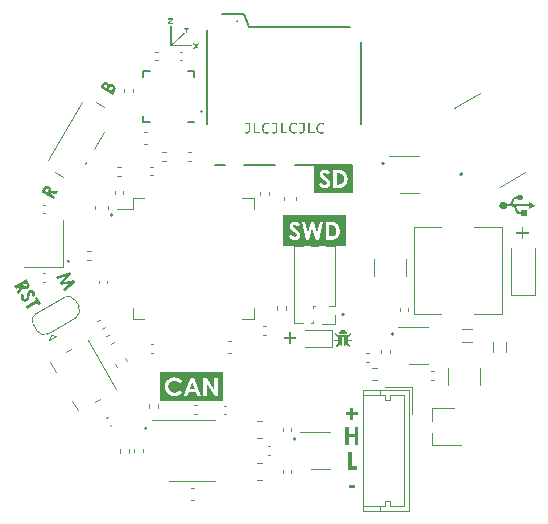
<source format=gbr>
%TF.GenerationSoftware,KiCad,Pcbnew,7.0.5*%
%TF.CreationDate,2023-08-08T00:55:00+02:00*%
%TF.ProjectId,STM32F4_HexGauge_V3,53544d33-3246-4345-9f48-657847617567,rev?*%
%TF.SameCoordinates,Original*%
%TF.FileFunction,Legend,Top*%
%TF.FilePolarity,Positive*%
%FSLAX46Y46*%
G04 Gerber Fmt 4.6, Leading zero omitted, Abs format (unit mm)*
G04 Created by KiCad (PCBNEW 7.0.5) date 2023-08-08 00:55:00*
%MOMM*%
%LPD*%
G01*
G04 APERTURE LIST*
%ADD10C,0.150000*%
%ADD11C,0.200000*%
%ADD12C,0.140000*%
%ADD13C,0.300000*%
%ADD14C,0.120000*%
%ADD15C,0.202400*%
G04 APERTURE END LIST*
D10*
X126990711Y-88549290D02*
G75*
G03*
X126990711Y-88549290I-70711J0D01*
G01*
X103740711Y-84070000D02*
G75*
G03*
X103740711Y-84070000I-70711J0D01*
G01*
X130390711Y-75770000D02*
G75*
G03*
X130390711Y-75770000I-70711J0D01*
G01*
X107390711Y-80140710D02*
G75*
G03*
X107390711Y-80140710I-70711J0D01*
G01*
X131190711Y-90220000D02*
G75*
G03*
X131190711Y-90220000I-70711J0D01*
G01*
X122890711Y-99120000D02*
G75*
G03*
X122890711Y-99120000I-70711J0D01*
G01*
X110290711Y-98199290D02*
G75*
G03*
X110290711Y-98199290I-70711J0D01*
G01*
X115005711Y-71374000D02*
G75*
G03*
X115005711Y-71374000I-70711J0D01*
G01*
D11*
G36*
X127544703Y-96824949D02*
G01*
X127544703Y-96449792D01*
X127802258Y-96449792D01*
X127802258Y-96824949D01*
X128187673Y-96824949D01*
X128187673Y-97082869D01*
X127802258Y-97082869D01*
X127802258Y-97458026D01*
X127544703Y-97458026D01*
X127544703Y-97082869D01*
X127158189Y-97082869D01*
X127158189Y-96824949D01*
X127544703Y-96824949D01*
G37*
G36*
X103794623Y-84926345D02*
G01*
X103907609Y-85122044D01*
X103311108Y-85789976D01*
X104189856Y-85610910D01*
X104301085Y-85803563D01*
X103347463Y-86590363D01*
X103236235Y-86397710D01*
X103837819Y-85899782D01*
X103042062Y-86061392D01*
X102940213Y-85884984D01*
X103479662Y-85279435D01*
X102746479Y-85549428D01*
X102634079Y-85354745D01*
X103794623Y-84926345D01*
G37*
D12*
G36*
X126507080Y-76599909D02*
G01*
X126523476Y-76600261D01*
X126539583Y-76600848D01*
X126555401Y-76601670D01*
X126570930Y-76602726D01*
X126586170Y-76604017D01*
X126601121Y-76605542D01*
X126615782Y-76607302D01*
X126644239Y-76611527D01*
X126671539Y-76616690D01*
X126697682Y-76622793D01*
X126722669Y-76629834D01*
X126746500Y-76637814D01*
X126769175Y-76646732D01*
X126790693Y-76656590D01*
X126811055Y-76667386D01*
X126830260Y-76679121D01*
X126848309Y-76691795D01*
X126865202Y-76705408D01*
X126880939Y-76719959D01*
X126897309Y-76737144D01*
X126912623Y-76755176D01*
X126926882Y-76774055D01*
X126940084Y-76793782D01*
X126952229Y-76814355D01*
X126963319Y-76835776D01*
X126973353Y-76858044D01*
X126982330Y-76881160D01*
X126990251Y-76905122D01*
X126997116Y-76929932D01*
X127002925Y-76955589D01*
X127007678Y-76982093D01*
X127011374Y-77009444D01*
X127014015Y-77037643D01*
X127015599Y-77066689D01*
X127015995Y-77081529D01*
X127016127Y-77096582D01*
X127015905Y-77116081D01*
X127015240Y-77135193D01*
X127014131Y-77153919D01*
X127012578Y-77172259D01*
X127010581Y-77190212D01*
X127008141Y-77207779D01*
X127005258Y-77224960D01*
X127001930Y-77241754D01*
X126998159Y-77258161D01*
X126993945Y-77274183D01*
X126989287Y-77289818D01*
X126984185Y-77305066D01*
X126978639Y-77319928D01*
X126972650Y-77334404D01*
X126966217Y-77348493D01*
X126959341Y-77362196D01*
X126952159Y-77375418D01*
X126940904Y-77394344D01*
X126929070Y-77412182D01*
X126916656Y-77428931D01*
X126903662Y-77444592D01*
X126890088Y-77459165D01*
X126875935Y-77472649D01*
X126861203Y-77485045D01*
X126845891Y-77496353D01*
X126829999Y-77506572D01*
X126813528Y-77515703D01*
X126795879Y-77523821D01*
X126776317Y-77531141D01*
X126762214Y-77535578D01*
X126747260Y-77539659D01*
X126731456Y-77543386D01*
X126714802Y-77546758D01*
X126697298Y-77549774D01*
X126678944Y-77552436D01*
X126659740Y-77554743D01*
X126639686Y-77556695D01*
X126618782Y-77558292D01*
X126597028Y-77559535D01*
X126574423Y-77560422D01*
X126550969Y-77560954D01*
X126526664Y-77561132D01*
X126392575Y-77561132D01*
X126392575Y-76599792D01*
X126490394Y-76599792D01*
X126507080Y-76599909D01*
G37*
G36*
X127732039Y-78290233D02*
G01*
X124457036Y-78290233D01*
X124457036Y-77525228D01*
X124881322Y-77525228D01*
X124892129Y-77546889D01*
X124903207Y-77567818D01*
X124914557Y-77588014D01*
X124926179Y-77607477D01*
X124938073Y-77626207D01*
X124950239Y-77644205D01*
X124962677Y-77661470D01*
X124975386Y-77678002D01*
X124988368Y-77693801D01*
X125001622Y-77708868D01*
X125015147Y-77723202D01*
X125028944Y-77736803D01*
X125043014Y-77749672D01*
X125057355Y-77761808D01*
X125071968Y-77773211D01*
X125086853Y-77783881D01*
X125102035Y-77793819D01*
X125117541Y-77803115D01*
X125133371Y-77811771D01*
X125149524Y-77819785D01*
X125166000Y-77827158D01*
X125182800Y-77833890D01*
X125199923Y-77839981D01*
X125217370Y-77845430D01*
X125235140Y-77850239D01*
X125253234Y-77854406D01*
X125271651Y-77857933D01*
X125290391Y-77860818D01*
X125309455Y-77863062D01*
X125328842Y-77864665D01*
X125348553Y-77865626D01*
X125368587Y-77865947D01*
X125394199Y-77865482D01*
X125419197Y-77864086D01*
X125443578Y-77861761D01*
X125467345Y-77858505D01*
X125490496Y-77854319D01*
X125513032Y-77849203D01*
X125534952Y-77843156D01*
X125556257Y-77836180D01*
X125576947Y-77828273D01*
X125597021Y-77819436D01*
X125616480Y-77809668D01*
X125635323Y-77798971D01*
X125653551Y-77787343D01*
X125671164Y-77774785D01*
X125688161Y-77761297D01*
X125704543Y-77746878D01*
X125720159Y-77731703D01*
X125734768Y-77716035D01*
X125748369Y-77699875D01*
X125760963Y-77683223D01*
X125772549Y-77666078D01*
X125783128Y-77648441D01*
X125792699Y-77630312D01*
X125801263Y-77611690D01*
X125808819Y-77592576D01*
X125815368Y-77572970D01*
X125820909Y-77552871D01*
X125825443Y-77532281D01*
X125828969Y-77511197D01*
X125831488Y-77489622D01*
X125832999Y-77467554D01*
X125833503Y-77444994D01*
X125833360Y-77433283D01*
X125832609Y-77415937D01*
X125831213Y-77398855D01*
X125829174Y-77382037D01*
X125826491Y-77365483D01*
X125823163Y-77349193D01*
X125819192Y-77333167D01*
X125814577Y-77317405D01*
X125809317Y-77301908D01*
X125803414Y-77286674D01*
X125796867Y-77271704D01*
X125794527Y-77266728D01*
X125786912Y-77251714D01*
X125778401Y-77236572D01*
X125768996Y-77221300D01*
X125758695Y-77205900D01*
X125747499Y-77190371D01*
X125735408Y-77174713D01*
X125722422Y-77158927D01*
X125708540Y-77143011D01*
X125693764Y-77126967D01*
X125683415Y-77116200D01*
X125672669Y-77105375D01*
X125670367Y-77103079D01*
X125658618Y-77091942D01*
X125647138Y-77081538D01*
X125633373Y-77069376D01*
X125617321Y-77055456D01*
X125605350Y-77045199D01*
X125592362Y-77034161D01*
X125578359Y-77022342D01*
X125563340Y-77009741D01*
X125547304Y-76996358D01*
X125530252Y-76982195D01*
X125512184Y-76967250D01*
X125493101Y-76951523D01*
X125473001Y-76935015D01*
X125462125Y-76925956D01*
X125441199Y-76908436D01*
X125421375Y-76891715D01*
X125402653Y-76875793D01*
X125385034Y-76860669D01*
X125368516Y-76846343D01*
X125353100Y-76832816D01*
X125338786Y-76820088D01*
X125325574Y-76808158D01*
X125313464Y-76797027D01*
X125297365Y-76781828D01*
X125283745Y-76768425D01*
X125272605Y-76756819D01*
X125261609Y-76744139D01*
X125254220Y-76733623D01*
X125247008Y-76720743D01*
X125240872Y-76705358D01*
X125237190Y-76689587D01*
X125235963Y-76673431D01*
X125237225Y-76659688D01*
X125241889Y-76644338D01*
X125249988Y-76629725D01*
X125259665Y-76617785D01*
X125271867Y-76606386D01*
X125276481Y-76602749D01*
X125288717Y-76594681D01*
X125301954Y-76588080D01*
X125316194Y-76582946D01*
X125331435Y-76579278D01*
X125347678Y-76577078D01*
X125364923Y-76576345D01*
X125372178Y-76576505D01*
X125393900Y-76578909D01*
X125408346Y-76582115D01*
X125422763Y-76586603D01*
X125437151Y-76592373D01*
X125451511Y-76599426D01*
X125465842Y-76607760D01*
X125480145Y-76617377D01*
X125494419Y-76628277D01*
X125508664Y-76640458D01*
X125522881Y-76653922D01*
X125537069Y-76668668D01*
X125551228Y-76684697D01*
X125565359Y-76702008D01*
X125579461Y-76720601D01*
X125593535Y-76740476D01*
X125806759Y-76546303D01*
X125791895Y-76528746D01*
X125777163Y-76511887D01*
X125762563Y-76495727D01*
X125748094Y-76480266D01*
X125733758Y-76465502D01*
X125719552Y-76451437D01*
X125705479Y-76438071D01*
X125691537Y-76425403D01*
X125677727Y-76413433D01*
X125664048Y-76402161D01*
X125650501Y-76391588D01*
X125637086Y-76381714D01*
X125623803Y-76372537D01*
X125610651Y-76364059D01*
X125597630Y-76356280D01*
X125584742Y-76349199D01*
X125571876Y-76342633D01*
X125552417Y-76333578D01*
X125532764Y-76325477D01*
X125513185Y-76318424D01*
X126104979Y-76318424D01*
X126104979Y-76599792D01*
X126104979Y-77842500D01*
X126452292Y-77842500D01*
X126470554Y-77842463D01*
X126488472Y-77842354D01*
X126506048Y-77842171D01*
X126523281Y-77841916D01*
X126540172Y-77841587D01*
X126556719Y-77841186D01*
X126572924Y-77840711D01*
X126588786Y-77840164D01*
X126604305Y-77839544D01*
X126619482Y-77838850D01*
X126648807Y-77837244D01*
X126676761Y-77835347D01*
X126703344Y-77833157D01*
X126728555Y-77830676D01*
X126752396Y-77827902D01*
X126774866Y-77824837D01*
X126795965Y-77821479D01*
X126815693Y-77817830D01*
X126834050Y-77813889D01*
X126851036Y-77809656D01*
X126866650Y-77805130D01*
X126881514Y-77800226D01*
X126896246Y-77794855D01*
X126910846Y-77789017D01*
X126925314Y-77782713D01*
X126939651Y-77775943D01*
X126953857Y-77768706D01*
X126967930Y-77761002D01*
X126981872Y-77752832D01*
X126995682Y-77744195D01*
X127009361Y-77735092D01*
X127022908Y-77725522D01*
X127036323Y-77715486D01*
X127049606Y-77704983D01*
X127062758Y-77694013D01*
X127075779Y-77682577D01*
X127088667Y-77670675D01*
X127101317Y-77658297D01*
X127113620Y-77645527D01*
X127125577Y-77632365D01*
X127137187Y-77618811D01*
X127148452Y-77604865D01*
X127159370Y-77590527D01*
X127169941Y-77575796D01*
X127180167Y-77560674D01*
X127190046Y-77545159D01*
X127199578Y-77529252D01*
X127208764Y-77512953D01*
X127217604Y-77496262D01*
X127226098Y-77479179D01*
X127234245Y-77461704D01*
X127242046Y-77443836D01*
X127249501Y-77425577D01*
X127256555Y-77407010D01*
X127263154Y-77388219D01*
X127269298Y-77369206D01*
X127274986Y-77349969D01*
X127280220Y-77330508D01*
X127284998Y-77310825D01*
X127289322Y-77290918D01*
X127293190Y-77270788D01*
X127296603Y-77250435D01*
X127299561Y-77229858D01*
X127302064Y-77209059D01*
X127304112Y-77188036D01*
X127305705Y-77166789D01*
X127306843Y-77145320D01*
X127307525Y-77123627D01*
X127307753Y-77101711D01*
X127307651Y-77086293D01*
X127307347Y-77070996D01*
X127306838Y-77055822D01*
X127306127Y-77040769D01*
X127305213Y-77025837D01*
X127304095Y-77011027D01*
X127301250Y-76981772D01*
X127297592Y-76953004D01*
X127293121Y-76924723D01*
X127287838Y-76896928D01*
X127281741Y-76869619D01*
X127274832Y-76842797D01*
X127267109Y-76816462D01*
X127258574Y-76790613D01*
X127249226Y-76765251D01*
X127239065Y-76740376D01*
X127228092Y-76715987D01*
X127216305Y-76692084D01*
X127203706Y-76668668D01*
X127190478Y-76645898D01*
X127176806Y-76623932D01*
X127162691Y-76602770D01*
X127148133Y-76582412D01*
X127133130Y-76562859D01*
X127117684Y-76544110D01*
X127101795Y-76526166D01*
X127085461Y-76509025D01*
X127068685Y-76492689D01*
X127051464Y-76477157D01*
X127033800Y-76462430D01*
X127015692Y-76448506D01*
X126997140Y-76435387D01*
X126978145Y-76423073D01*
X126958707Y-76411562D01*
X126938824Y-76400856D01*
X126928606Y-76395785D01*
X126907174Y-76386125D01*
X126884413Y-76377109D01*
X126860325Y-76368737D01*
X126834908Y-76361009D01*
X126808164Y-76353925D01*
X126780091Y-76347485D01*
X126765557Y-76344506D01*
X126750690Y-76341689D01*
X126735492Y-76339032D01*
X126719962Y-76336537D01*
X126704099Y-76334202D01*
X126687905Y-76332029D01*
X126671378Y-76330016D01*
X126654520Y-76328165D01*
X126637329Y-76326474D01*
X126619807Y-76324945D01*
X126601952Y-76323576D01*
X126583766Y-76322369D01*
X126565247Y-76321322D01*
X126546396Y-76320437D01*
X126527214Y-76319712D01*
X126507699Y-76319149D01*
X126487853Y-76318746D01*
X126467674Y-76318505D01*
X126447163Y-76318424D01*
X126104979Y-76318424D01*
X125513185Y-76318424D01*
X125512918Y-76318328D01*
X125492879Y-76312133D01*
X125472646Y-76306891D01*
X125452221Y-76302602D01*
X125431602Y-76299266D01*
X125410790Y-76296883D01*
X125389785Y-76295453D01*
X125368587Y-76294977D01*
X125346778Y-76295409D01*
X125325407Y-76296706D01*
X125304475Y-76298867D01*
X125283980Y-76301892D01*
X125263923Y-76305782D01*
X125244304Y-76310536D01*
X125225122Y-76316154D01*
X125206379Y-76322637D01*
X125188074Y-76329985D01*
X125170206Y-76338196D01*
X125152777Y-76347272D01*
X125135785Y-76357213D01*
X125119232Y-76368018D01*
X125103116Y-76379687D01*
X125087438Y-76392221D01*
X125072198Y-76405619D01*
X125057691Y-76419575D01*
X125044120Y-76433875D01*
X125031485Y-76448518D01*
X125019785Y-76463504D01*
X125009022Y-76478834D01*
X124999194Y-76494508D01*
X124990303Y-76510525D01*
X124982347Y-76526885D01*
X124975328Y-76543589D01*
X124969244Y-76560637D01*
X124964096Y-76578028D01*
X124959885Y-76595762D01*
X124956609Y-76613840D01*
X124954269Y-76632261D01*
X124952865Y-76651026D01*
X124952397Y-76670134D01*
X124952468Y-76676820D01*
X124953525Y-76696884D01*
X124955851Y-76716954D01*
X124959445Y-76737031D01*
X124964309Y-76757114D01*
X124970441Y-76777204D01*
X124977841Y-76797300D01*
X124986510Y-76817402D01*
X124992995Y-76830807D01*
X125000043Y-76844216D01*
X125007655Y-76857626D01*
X125015831Y-76871040D01*
X125024571Y-76884457D01*
X125034277Y-76898227D01*
X125045351Y-76912701D01*
X125057793Y-76927880D01*
X125071603Y-76943762D01*
X125086781Y-76960349D01*
X125103328Y-76977639D01*
X125121242Y-76995634D01*
X125140525Y-77014333D01*
X125161176Y-77033736D01*
X125172015Y-77043702D01*
X125183195Y-77053843D01*
X125194718Y-77064161D01*
X125206582Y-77074654D01*
X125218789Y-77085324D01*
X125231338Y-77096170D01*
X125244228Y-77107191D01*
X125257461Y-77118389D01*
X125271036Y-77129763D01*
X125284953Y-77141313D01*
X125299212Y-77153038D01*
X125313813Y-77164940D01*
X125328755Y-77177018D01*
X125344040Y-77189272D01*
X125359939Y-77202069D01*
X125375118Y-77214448D01*
X125389580Y-77226409D01*
X125403323Y-77237953D01*
X125416347Y-77249078D01*
X125428653Y-77259786D01*
X125440241Y-77270075D01*
X125451110Y-77279947D01*
X125466067Y-77293971D01*
X125479408Y-77307055D01*
X125491132Y-77319199D01*
X125501239Y-77330402D01*
X125512202Y-77343878D01*
X125519011Y-77353289D01*
X125527048Y-77365837D01*
X125535420Y-77381522D01*
X125541932Y-77397207D01*
X125546583Y-77412892D01*
X125549373Y-77428577D01*
X125550304Y-77444262D01*
X125549514Y-77457977D01*
X125546304Y-77474542D01*
X125540626Y-77490464D01*
X125532480Y-77505741D01*
X125521865Y-77520374D01*
X125511595Y-77531617D01*
X125499745Y-77542447D01*
X125486739Y-77552322D01*
X125473001Y-77560880D01*
X125458529Y-77568121D01*
X125443325Y-77574046D01*
X125427388Y-77578654D01*
X125410719Y-77581946D01*
X125393316Y-77583921D01*
X125375181Y-77584579D01*
X125366307Y-77584373D01*
X125348753Y-77582724D01*
X125331459Y-77579427D01*
X125314426Y-77574481D01*
X125297654Y-77567887D01*
X125281141Y-77559643D01*
X125264890Y-77549752D01*
X125248898Y-77538211D01*
X125233168Y-77525022D01*
X125217697Y-77510184D01*
X125202488Y-77493698D01*
X125187538Y-77475563D01*
X125172849Y-77455779D01*
X125158421Y-77434347D01*
X125144253Y-77411266D01*
X125130345Y-77386536D01*
X125123489Y-77373553D01*
X124881322Y-77525228D01*
X124457036Y-77525228D01*
X124457036Y-75870691D01*
X127732039Y-75870691D01*
X127732039Y-78290233D01*
G37*
D13*
G36*
X127381672Y-100168424D02*
G01*
X127670000Y-100168424D01*
X127670000Y-101411132D01*
X128090587Y-101411132D01*
X128090587Y-101692500D01*
X127381672Y-101692500D01*
X127381672Y-100168424D01*
G37*
G36*
X127410981Y-103012527D02*
G01*
X127934515Y-103012527D01*
X127934515Y-103270448D01*
X127410981Y-103270448D01*
X127410981Y-103012527D01*
G37*
D12*
G36*
X114369127Y-94832869D02*
G01*
X113966127Y-94832869D01*
X114168360Y-94317028D01*
X114369127Y-94832869D01*
G37*
G36*
X116751631Y-95890233D02*
G01*
X111421691Y-95890233D01*
X111421691Y-94677897D01*
X111845977Y-94677897D01*
X111846196Y-94699391D01*
X111846855Y-94720642D01*
X111847954Y-94741649D01*
X111849492Y-94762413D01*
X111851469Y-94782934D01*
X111853885Y-94803211D01*
X111856741Y-94823245D01*
X111860036Y-94843036D01*
X111863770Y-94862583D01*
X111867944Y-94881888D01*
X111872557Y-94900949D01*
X111877610Y-94919766D01*
X111883102Y-94938341D01*
X111889033Y-94956672D01*
X111895404Y-94974760D01*
X111902214Y-94992604D01*
X111909463Y-95010205D01*
X111917152Y-95027563D01*
X111925280Y-95044678D01*
X111933847Y-95061549D01*
X111942854Y-95078177D01*
X111952300Y-95094562D01*
X111962185Y-95110704D01*
X111972510Y-95126602D01*
X111983274Y-95142257D01*
X111994477Y-95157668D01*
X112006120Y-95172837D01*
X112018202Y-95187762D01*
X112030724Y-95202444D01*
X112043685Y-95216882D01*
X112057085Y-95231077D01*
X112070924Y-95245029D01*
X112085132Y-95258621D01*
X112099590Y-95271781D01*
X112114298Y-95284510D01*
X112129256Y-95296807D01*
X112144466Y-95308672D01*
X112159925Y-95320107D01*
X112175635Y-95331109D01*
X112191596Y-95341681D01*
X112207807Y-95351820D01*
X112224268Y-95361529D01*
X112240980Y-95370806D01*
X112257942Y-95379651D01*
X112275155Y-95388065D01*
X112292618Y-95396047D01*
X112310331Y-95403598D01*
X112328295Y-95410717D01*
X112346510Y-95417405D01*
X112364975Y-95423662D01*
X112383690Y-95429487D01*
X112402656Y-95434880D01*
X112421872Y-95439842D01*
X112441339Y-95444373D01*
X112461056Y-95448472D01*
X112481023Y-95452139D01*
X112501241Y-95455376D01*
X112521710Y-95458180D01*
X112542429Y-95460553D01*
X112563398Y-95462495D01*
X112584618Y-95464005D01*
X112606088Y-95465084D01*
X112627809Y-95465731D01*
X112649780Y-95465947D01*
X112673566Y-95465701D01*
X112697024Y-95464962D01*
X112720152Y-95463731D01*
X112742951Y-95462008D01*
X112765421Y-95459793D01*
X112787562Y-95457085D01*
X112809373Y-95453885D01*
X112830856Y-95450193D01*
X112852009Y-95446009D01*
X112867633Y-95442500D01*
X113435631Y-95442500D01*
X113735317Y-95442500D01*
X113859148Y-95114237D01*
X114477205Y-95114237D01*
X114595907Y-95442500D01*
X114895593Y-95442500D01*
X114312341Y-93918424D01*
X115112481Y-93918424D01*
X115112481Y-95442500D01*
X115401176Y-95442500D01*
X115401176Y-94442691D01*
X116050373Y-95442500D01*
X116327345Y-95442500D01*
X116327345Y-93918424D01*
X116039016Y-93918424D01*
X116039016Y-94921530D01*
X115388719Y-93918424D01*
X115112481Y-93918424D01*
X114312341Y-93918424D01*
X114019982Y-93918424D01*
X113669372Y-94832869D01*
X113435631Y-95442500D01*
X112867633Y-95442500D01*
X112872833Y-95441332D01*
X112893328Y-95436163D01*
X112913494Y-95430501D01*
X112933330Y-95424347D01*
X112952838Y-95417701D01*
X112972016Y-95410563D01*
X112990865Y-95402932D01*
X113009621Y-95394619D01*
X113028520Y-95385524D01*
X113047563Y-95375648D01*
X113066748Y-95364991D01*
X113086077Y-95353552D01*
X113105549Y-95341331D01*
X113125163Y-95328330D01*
X113144921Y-95314547D01*
X113164822Y-95299982D01*
X113184866Y-95284637D01*
X113205054Y-95268509D01*
X113225384Y-95251601D01*
X113245858Y-95233911D01*
X113266474Y-95215440D01*
X113287234Y-95196187D01*
X113308137Y-95176153D01*
X113112498Y-94972821D01*
X113104710Y-94980281D01*
X113089257Y-94994764D01*
X113073967Y-95008663D01*
X113058840Y-95021978D01*
X113043877Y-95034709D01*
X113029076Y-95046856D01*
X113014439Y-95058420D01*
X112999964Y-95069399D01*
X112985653Y-95079795D01*
X112971505Y-95089606D01*
X112957521Y-95098834D01*
X112943699Y-95107478D01*
X112930040Y-95115538D01*
X112916545Y-95123014D01*
X112903213Y-95129906D01*
X112883520Y-95139150D01*
X112876996Y-95141945D01*
X112857171Y-95149797D01*
X112836965Y-95156851D01*
X112816380Y-95163107D01*
X112795414Y-95168563D01*
X112774069Y-95173222D01*
X112759628Y-95175884D01*
X112745018Y-95178191D01*
X112730238Y-95180143D01*
X112715290Y-95181740D01*
X112700174Y-95182982D01*
X112684888Y-95183869D01*
X112669433Y-95184402D01*
X112653810Y-95184579D01*
X112635505Y-95184324D01*
X112617408Y-95183560D01*
X112599521Y-95182286D01*
X112581842Y-95180503D01*
X112564373Y-95178211D01*
X112547112Y-95175408D01*
X112530060Y-95172097D01*
X112513218Y-95168276D01*
X112496584Y-95163945D01*
X112480159Y-95159105D01*
X112463943Y-95153756D01*
X112447936Y-95147897D01*
X112432138Y-95141528D01*
X112416549Y-95134650D01*
X112401169Y-95127263D01*
X112385998Y-95119366D01*
X112371144Y-95111023D01*
X112356717Y-95102296D01*
X112342717Y-95093185D01*
X112329143Y-95083691D01*
X112315995Y-95073814D01*
X112303274Y-95063553D01*
X112290979Y-95052908D01*
X112279111Y-95041880D01*
X112267669Y-95030468D01*
X112256654Y-95018673D01*
X112246065Y-95006495D01*
X112235903Y-94993932D01*
X112226167Y-94980986D01*
X112216858Y-94967657D01*
X112207975Y-94953944D01*
X112199518Y-94939848D01*
X112191533Y-94925385D01*
X112184062Y-94910665D01*
X112177107Y-94895687D01*
X112170667Y-94880451D01*
X112164742Y-94864958D01*
X112159333Y-94849207D01*
X112154438Y-94833199D01*
X112150059Y-94816933D01*
X112146195Y-94800409D01*
X112142846Y-94783628D01*
X112140013Y-94766589D01*
X112137694Y-94749293D01*
X112135891Y-94731739D01*
X112134603Y-94713927D01*
X112133830Y-94695858D01*
X112133573Y-94677531D01*
X112134154Y-94651280D01*
X112135897Y-94625559D01*
X112138802Y-94600367D01*
X112142869Y-94575705D01*
X112148098Y-94551572D01*
X112154490Y-94527968D01*
X112162043Y-94504895D01*
X112170759Y-94482350D01*
X112180636Y-94460336D01*
X112191676Y-94438850D01*
X112203877Y-94417895D01*
X112217241Y-94397468D01*
X112231767Y-94377572D01*
X112247455Y-94358204D01*
X112264305Y-94339367D01*
X112282317Y-94321058D01*
X112301222Y-94303535D01*
X112320659Y-94287141D01*
X112340629Y-94271878D01*
X112361131Y-94257746D01*
X112382165Y-94244745D01*
X112403732Y-94232873D01*
X112425831Y-94222133D01*
X112448463Y-94212523D01*
X112471627Y-94204044D01*
X112495323Y-94196695D01*
X112519552Y-94190477D01*
X112544313Y-94185389D01*
X112569606Y-94181432D01*
X112595432Y-94178606D01*
X112621790Y-94176910D01*
X112648681Y-94176345D01*
X112664728Y-94176551D01*
X112680675Y-94177172D01*
X112696521Y-94178206D01*
X112712268Y-94179653D01*
X112727914Y-94181514D01*
X112743460Y-94183789D01*
X112758906Y-94186478D01*
X112774252Y-94189579D01*
X112789498Y-94193095D01*
X112804643Y-94197024D01*
X112819689Y-94201367D01*
X112834634Y-94206123D01*
X112849479Y-94211293D01*
X112864223Y-94216876D01*
X112878868Y-94222874D01*
X112893412Y-94229284D01*
X112907856Y-94236108D01*
X112922200Y-94243346D01*
X112936444Y-94250998D01*
X112950588Y-94259063D01*
X112964631Y-94267541D01*
X112978575Y-94276434D01*
X112992418Y-94285739D01*
X113006161Y-94295459D01*
X113019804Y-94305592D01*
X113033346Y-94316138D01*
X113046789Y-94327098D01*
X113060131Y-94338472D01*
X113073373Y-94350260D01*
X113086515Y-94362460D01*
X113099557Y-94375075D01*
X113112498Y-94388103D01*
X113314365Y-94197227D01*
X113298469Y-94179353D01*
X113282199Y-94161999D01*
X113265554Y-94145166D01*
X113248534Y-94128855D01*
X113231139Y-94113064D01*
X113213368Y-94097794D01*
X113195223Y-94083045D01*
X113176703Y-94068817D01*
X113157808Y-94055109D01*
X113138539Y-94041923D01*
X113118894Y-94029258D01*
X113098874Y-94017114D01*
X113078479Y-94005490D01*
X113057709Y-93994387D01*
X113036565Y-93983806D01*
X113015045Y-93973745D01*
X112993284Y-93964207D01*
X112971413Y-93955284D01*
X112949434Y-93946976D01*
X112927347Y-93939284D01*
X112905150Y-93932207D01*
X112882845Y-93925746D01*
X112860431Y-93919900D01*
X112837908Y-93914669D01*
X112815276Y-93910054D01*
X112792536Y-93906054D01*
X112769687Y-93902669D01*
X112746729Y-93899900D01*
X112723662Y-93897746D01*
X112700487Y-93896208D01*
X112677203Y-93895285D01*
X112653810Y-93894977D01*
X112626356Y-93895390D01*
X112599130Y-93896631D01*
X112572134Y-93898699D01*
X112545366Y-93901594D01*
X112518828Y-93905317D01*
X112492518Y-93909866D01*
X112466438Y-93915243D01*
X112440586Y-93921447D01*
X112414963Y-93928478D01*
X112389570Y-93936336D01*
X112364405Y-93945021D01*
X112339469Y-93954534D01*
X112314763Y-93964874D01*
X112290285Y-93976041D01*
X112266036Y-93988035D01*
X112242017Y-94000856D01*
X112218502Y-94014313D01*
X112195677Y-94028305D01*
X112173542Y-94042832D01*
X112152097Y-94057894D01*
X112131342Y-94073492D01*
X112111276Y-94089625D01*
X112091900Y-94106293D01*
X112073214Y-94123497D01*
X112055218Y-94141235D01*
X112037912Y-94159509D01*
X112021295Y-94178318D01*
X112005368Y-94197662D01*
X111990131Y-94217542D01*
X111975584Y-94237957D01*
X111961726Y-94258907D01*
X111948559Y-94280392D01*
X111936137Y-94302295D01*
X111924516Y-94324590D01*
X111913697Y-94347278D01*
X111903679Y-94370357D01*
X111894463Y-94393829D01*
X111886048Y-94417693D01*
X111878434Y-94441949D01*
X111871622Y-94466597D01*
X111865612Y-94491637D01*
X111860402Y-94517069D01*
X111855995Y-94542893D01*
X111852388Y-94569110D01*
X111849583Y-94595719D01*
X111847580Y-94622719D01*
X111846377Y-94650112D01*
X111845977Y-94677897D01*
X111421691Y-94677897D01*
X111421691Y-93470691D01*
X116751631Y-93470691D01*
X116751631Y-95890233D01*
G37*
D11*
G36*
X125851566Y-80999909D02*
G01*
X125867962Y-81000261D01*
X125884069Y-81000848D01*
X125899887Y-81001670D01*
X125915416Y-81002726D01*
X125930656Y-81004017D01*
X125945607Y-81005542D01*
X125960269Y-81007302D01*
X125988725Y-81011527D01*
X126016025Y-81016690D01*
X126042168Y-81022793D01*
X126067155Y-81029834D01*
X126090986Y-81037814D01*
X126113661Y-81046732D01*
X126135179Y-81056590D01*
X126155541Y-81067386D01*
X126174746Y-81079121D01*
X126192795Y-81091795D01*
X126209688Y-81105408D01*
X126225425Y-81119959D01*
X126241795Y-81137144D01*
X126257110Y-81155176D01*
X126271368Y-81174055D01*
X126284570Y-81193782D01*
X126296716Y-81214355D01*
X126307805Y-81235776D01*
X126317839Y-81258044D01*
X126326816Y-81281160D01*
X126334737Y-81305122D01*
X126341602Y-81329932D01*
X126347411Y-81355589D01*
X126352164Y-81382093D01*
X126355860Y-81409444D01*
X126358501Y-81437643D01*
X126360085Y-81466689D01*
X126360481Y-81481529D01*
X126360613Y-81496582D01*
X126360391Y-81516081D01*
X126359726Y-81535193D01*
X126358617Y-81553919D01*
X126357064Y-81572259D01*
X126355068Y-81590212D01*
X126352628Y-81607779D01*
X126349744Y-81624960D01*
X126346417Y-81641754D01*
X126342646Y-81658161D01*
X126338431Y-81674183D01*
X126333773Y-81689818D01*
X126328671Y-81705066D01*
X126323125Y-81719928D01*
X126317136Y-81734404D01*
X126310703Y-81748493D01*
X126303827Y-81762196D01*
X126296645Y-81775418D01*
X126285390Y-81794344D01*
X126273556Y-81812182D01*
X126261142Y-81828931D01*
X126248148Y-81844592D01*
X126234575Y-81859165D01*
X126220422Y-81872649D01*
X126205689Y-81885045D01*
X126190377Y-81896353D01*
X126174485Y-81906572D01*
X126158014Y-81915703D01*
X126140365Y-81923821D01*
X126120803Y-81931141D01*
X126106700Y-81935578D01*
X126091746Y-81939659D01*
X126075942Y-81943386D01*
X126059289Y-81946758D01*
X126041785Y-81949774D01*
X126023431Y-81952436D01*
X126004227Y-81954743D01*
X125984172Y-81956695D01*
X125963268Y-81958292D01*
X125941514Y-81959535D01*
X125918910Y-81960422D01*
X125895455Y-81960954D01*
X125871151Y-81961132D01*
X125737061Y-81961132D01*
X125737061Y-80999792D01*
X125834880Y-80999792D01*
X125851566Y-80999909D01*
G37*
G36*
X127166525Y-82780233D02*
G01*
X121822548Y-82780233D01*
X121822548Y-81925228D01*
X122336834Y-81925228D01*
X122347641Y-81946889D01*
X122358719Y-81967818D01*
X122370069Y-81988014D01*
X122381691Y-82007477D01*
X122393585Y-82026207D01*
X122405751Y-82044205D01*
X122418189Y-82061470D01*
X122430898Y-82078002D01*
X122443880Y-82093801D01*
X122457134Y-82108868D01*
X122470659Y-82123202D01*
X122484456Y-82136803D01*
X122498526Y-82149672D01*
X122512867Y-82161808D01*
X122527480Y-82173211D01*
X122542365Y-82183881D01*
X122557547Y-82193819D01*
X122573053Y-82203115D01*
X122588883Y-82211771D01*
X122605036Y-82219785D01*
X122621512Y-82227158D01*
X122638312Y-82233890D01*
X122655435Y-82239981D01*
X122672882Y-82245430D01*
X122690652Y-82250239D01*
X122708746Y-82254406D01*
X122727163Y-82257933D01*
X122745903Y-82260818D01*
X122764967Y-82263062D01*
X122784354Y-82264665D01*
X122804065Y-82265626D01*
X122824099Y-82265947D01*
X122849711Y-82265482D01*
X122874709Y-82264086D01*
X122899090Y-82261761D01*
X122922857Y-82258505D01*
X122946008Y-82254319D01*
X122968544Y-82249203D01*
X122990464Y-82243156D01*
X123011769Y-82236180D01*
X123032459Y-82228273D01*
X123052533Y-82219436D01*
X123071992Y-82209668D01*
X123090835Y-82198971D01*
X123109063Y-82187343D01*
X123126676Y-82174785D01*
X123143673Y-82161297D01*
X123160055Y-82146878D01*
X123175671Y-82131703D01*
X123190280Y-82116035D01*
X123203881Y-82099875D01*
X123216475Y-82083223D01*
X123228061Y-82066078D01*
X123238640Y-82048441D01*
X123248211Y-82030312D01*
X123256775Y-82011690D01*
X123264331Y-81992576D01*
X123270880Y-81972970D01*
X123276421Y-81952871D01*
X123280955Y-81932281D01*
X123284481Y-81911197D01*
X123287000Y-81889622D01*
X123288511Y-81867554D01*
X123289015Y-81844994D01*
X123288872Y-81833283D01*
X123288121Y-81815937D01*
X123286725Y-81798855D01*
X123284686Y-81782037D01*
X123282003Y-81765483D01*
X123278675Y-81749193D01*
X123274704Y-81733167D01*
X123270089Y-81717405D01*
X123264829Y-81701908D01*
X123258926Y-81686674D01*
X123252379Y-81671704D01*
X123250039Y-81666728D01*
X123242424Y-81651714D01*
X123233913Y-81636572D01*
X123224508Y-81621300D01*
X123214207Y-81605900D01*
X123203011Y-81590371D01*
X123190920Y-81574713D01*
X123177934Y-81558927D01*
X123164052Y-81543011D01*
X123149276Y-81526967D01*
X123138927Y-81516200D01*
X123128181Y-81505375D01*
X123125879Y-81503079D01*
X123114130Y-81491942D01*
X123102650Y-81481538D01*
X123088885Y-81469376D01*
X123072833Y-81455456D01*
X123060862Y-81445199D01*
X123047874Y-81434161D01*
X123033871Y-81422342D01*
X123018852Y-81409741D01*
X123002816Y-81396358D01*
X122985764Y-81382195D01*
X122967696Y-81367250D01*
X122948613Y-81351523D01*
X122928513Y-81335015D01*
X122917637Y-81325956D01*
X122896711Y-81308436D01*
X122876887Y-81291715D01*
X122858165Y-81275793D01*
X122840546Y-81260669D01*
X122824028Y-81246343D01*
X122808612Y-81232816D01*
X122794298Y-81220088D01*
X122781086Y-81208158D01*
X122768976Y-81197027D01*
X122752877Y-81181828D01*
X122739257Y-81168425D01*
X122728117Y-81156819D01*
X122717121Y-81144139D01*
X122709732Y-81133623D01*
X122702520Y-81120743D01*
X122696384Y-81105358D01*
X122692702Y-81089587D01*
X122691475Y-81073431D01*
X122692737Y-81059688D01*
X122697401Y-81044338D01*
X122705500Y-81029725D01*
X122715177Y-81017785D01*
X122727379Y-81006386D01*
X122731993Y-81002749D01*
X122744229Y-80994681D01*
X122757466Y-80988080D01*
X122771706Y-80982946D01*
X122786947Y-80979278D01*
X122803190Y-80977078D01*
X122820435Y-80976345D01*
X122827690Y-80976505D01*
X122849412Y-80978909D01*
X122863858Y-80982115D01*
X122878275Y-80986603D01*
X122892663Y-80992373D01*
X122907023Y-80999426D01*
X122921354Y-81007760D01*
X122935657Y-81017377D01*
X122949931Y-81028277D01*
X122964176Y-81040458D01*
X122978393Y-81053922D01*
X122992581Y-81068668D01*
X123006740Y-81084697D01*
X123020871Y-81102008D01*
X123034973Y-81120601D01*
X123049047Y-81140476D01*
X123262271Y-80946303D01*
X123247407Y-80928746D01*
X123232675Y-80911887D01*
X123218075Y-80895727D01*
X123203606Y-80880266D01*
X123189270Y-80865502D01*
X123175064Y-80851437D01*
X123160991Y-80838071D01*
X123147049Y-80825403D01*
X123133239Y-80813433D01*
X123119560Y-80802161D01*
X123106013Y-80791588D01*
X123092598Y-80781714D01*
X123079315Y-80772537D01*
X123066163Y-80764059D01*
X123053142Y-80756280D01*
X123040254Y-80749199D01*
X123027388Y-80742633D01*
X123007929Y-80733578D01*
X122988276Y-80725477D01*
X122968697Y-80718424D01*
X123444354Y-80718424D01*
X123787271Y-82242500D01*
X124061311Y-82242500D01*
X124335351Y-81257346D01*
X124614887Y-82242500D01*
X124891859Y-82242500D01*
X125232944Y-80718424D01*
X125449465Y-80718424D01*
X125449465Y-80999792D01*
X125449465Y-82242500D01*
X125796779Y-82242500D01*
X125815040Y-82242463D01*
X125832958Y-82242354D01*
X125850534Y-82242171D01*
X125867767Y-82241916D01*
X125884658Y-82241587D01*
X125901205Y-82241186D01*
X125917410Y-82240711D01*
X125933272Y-82240164D01*
X125948791Y-82239544D01*
X125963968Y-82238850D01*
X125993293Y-82237244D01*
X126021247Y-82235347D01*
X126047830Y-82233157D01*
X126073042Y-82230676D01*
X126096882Y-82227902D01*
X126119352Y-82224837D01*
X126140451Y-82221479D01*
X126160179Y-82217830D01*
X126178536Y-82213889D01*
X126195522Y-82209656D01*
X126211137Y-82205130D01*
X126226000Y-82200226D01*
X126240732Y-82194855D01*
X126255332Y-82189017D01*
X126269801Y-82182713D01*
X126284137Y-82175943D01*
X126298343Y-82168706D01*
X126312416Y-82161002D01*
X126326358Y-82152832D01*
X126340168Y-82144195D01*
X126353847Y-82135092D01*
X126367394Y-82125522D01*
X126380809Y-82115486D01*
X126394093Y-82104983D01*
X126407244Y-82094013D01*
X126420265Y-82082577D01*
X126433153Y-82070675D01*
X126445803Y-82058297D01*
X126458106Y-82045527D01*
X126470063Y-82032365D01*
X126481674Y-82018811D01*
X126492938Y-82004865D01*
X126503856Y-81990527D01*
X126514427Y-81975796D01*
X126524653Y-81960674D01*
X126534532Y-81945159D01*
X126544064Y-81929252D01*
X126553251Y-81912953D01*
X126562091Y-81896262D01*
X126570584Y-81879179D01*
X126578732Y-81861704D01*
X126586533Y-81843836D01*
X126593987Y-81825577D01*
X126601041Y-81807010D01*
X126607640Y-81788219D01*
X126613784Y-81769206D01*
X126619472Y-81749969D01*
X126624706Y-81730508D01*
X126629484Y-81710825D01*
X126633808Y-81690918D01*
X126637676Y-81670788D01*
X126641089Y-81650435D01*
X126644047Y-81629858D01*
X126646550Y-81609059D01*
X126648598Y-81588036D01*
X126650191Y-81566789D01*
X126651329Y-81545320D01*
X126652012Y-81523627D01*
X126652239Y-81501711D01*
X126652138Y-81486293D01*
X126651833Y-81470996D01*
X126651325Y-81455822D01*
X126650613Y-81440769D01*
X126649699Y-81425837D01*
X126648581Y-81411027D01*
X126645736Y-81381772D01*
X126642078Y-81353004D01*
X126637607Y-81324723D01*
X126632324Y-81296928D01*
X126626227Y-81269619D01*
X126619318Y-81242797D01*
X126611596Y-81216462D01*
X126603060Y-81190613D01*
X126593712Y-81165251D01*
X126583552Y-81140376D01*
X126572578Y-81115987D01*
X126560791Y-81092084D01*
X126548192Y-81068668D01*
X126534964Y-81045898D01*
X126521293Y-81023932D01*
X126507177Y-81002770D01*
X126492619Y-80982412D01*
X126477616Y-80962859D01*
X126462170Y-80944110D01*
X126446281Y-80926166D01*
X126429948Y-80909025D01*
X126413171Y-80892689D01*
X126395950Y-80877157D01*
X126378286Y-80862430D01*
X126360178Y-80848506D01*
X126341627Y-80835387D01*
X126322632Y-80823073D01*
X126303193Y-80811562D01*
X126283310Y-80800856D01*
X126273092Y-80795785D01*
X126251660Y-80786125D01*
X126228899Y-80777109D01*
X126204811Y-80768737D01*
X126179395Y-80761009D01*
X126152650Y-80753925D01*
X126124577Y-80747485D01*
X126110043Y-80744506D01*
X126095177Y-80741689D01*
X126079978Y-80739032D01*
X126064448Y-80736537D01*
X126048585Y-80734202D01*
X126032391Y-80732029D01*
X126015864Y-80730016D01*
X125999006Y-80728165D01*
X125981815Y-80726474D01*
X125964293Y-80724945D01*
X125946438Y-80723576D01*
X125928252Y-80722369D01*
X125909733Y-80721322D01*
X125890883Y-80720437D01*
X125871700Y-80719712D01*
X125852185Y-80719149D01*
X125832339Y-80718746D01*
X125812160Y-80718505D01*
X125791649Y-80718424D01*
X125449465Y-80718424D01*
X125232944Y-80718424D01*
X124948645Y-80718424D01*
X124732124Y-81691121D01*
X124458084Y-80718424D01*
X124218115Y-80718424D01*
X123947005Y-81691121D01*
X123728652Y-80718424D01*
X123444354Y-80718424D01*
X122968697Y-80718424D01*
X122968430Y-80718328D01*
X122948391Y-80712133D01*
X122928158Y-80706891D01*
X122907733Y-80702602D01*
X122887114Y-80699266D01*
X122866302Y-80696883D01*
X122845297Y-80695453D01*
X122824099Y-80694977D01*
X122802290Y-80695409D01*
X122780919Y-80696706D01*
X122759987Y-80698867D01*
X122739492Y-80701892D01*
X122719435Y-80705782D01*
X122699816Y-80710536D01*
X122680634Y-80716154D01*
X122661891Y-80722637D01*
X122643586Y-80729985D01*
X122625718Y-80738196D01*
X122608289Y-80747272D01*
X122591297Y-80757213D01*
X122574744Y-80768018D01*
X122558628Y-80779687D01*
X122542950Y-80792221D01*
X122527710Y-80805619D01*
X122513203Y-80819575D01*
X122499632Y-80833875D01*
X122486997Y-80848518D01*
X122475297Y-80863504D01*
X122464534Y-80878834D01*
X122454706Y-80894508D01*
X122445815Y-80910525D01*
X122437859Y-80926885D01*
X122430840Y-80943589D01*
X122424756Y-80960637D01*
X122419608Y-80978028D01*
X122415397Y-80995762D01*
X122412121Y-81013840D01*
X122409781Y-81032261D01*
X122408377Y-81051026D01*
X122407909Y-81070134D01*
X122407980Y-81076820D01*
X122409037Y-81096884D01*
X122411363Y-81116954D01*
X122414957Y-81137031D01*
X122419821Y-81157114D01*
X122425953Y-81177204D01*
X122433353Y-81197300D01*
X122442022Y-81217402D01*
X122448507Y-81230807D01*
X122455555Y-81244216D01*
X122463167Y-81257626D01*
X122471343Y-81271040D01*
X122480083Y-81284457D01*
X122489789Y-81298227D01*
X122500863Y-81312701D01*
X122513305Y-81327880D01*
X122527115Y-81343762D01*
X122542293Y-81360349D01*
X122558840Y-81377639D01*
X122576754Y-81395634D01*
X122596037Y-81414333D01*
X122616688Y-81433736D01*
X122627527Y-81443702D01*
X122638707Y-81453843D01*
X122650230Y-81464161D01*
X122662094Y-81474654D01*
X122674301Y-81485324D01*
X122686850Y-81496170D01*
X122699740Y-81507191D01*
X122712973Y-81518389D01*
X122726548Y-81529763D01*
X122740465Y-81541313D01*
X122754724Y-81553038D01*
X122769325Y-81564940D01*
X122784267Y-81577018D01*
X122799552Y-81589272D01*
X122815451Y-81602069D01*
X122830630Y-81614448D01*
X122845092Y-81626409D01*
X122858835Y-81637953D01*
X122871859Y-81649078D01*
X122884165Y-81659786D01*
X122895753Y-81670075D01*
X122906622Y-81679947D01*
X122921579Y-81693971D01*
X122934920Y-81707055D01*
X122946644Y-81719199D01*
X122956751Y-81730402D01*
X122967714Y-81743878D01*
X122974523Y-81753289D01*
X122982560Y-81765837D01*
X122990932Y-81781522D01*
X122997444Y-81797207D01*
X123002095Y-81812892D01*
X123004885Y-81828577D01*
X123005816Y-81844262D01*
X123005026Y-81857977D01*
X123001816Y-81874542D01*
X122996138Y-81890464D01*
X122987992Y-81905741D01*
X122977377Y-81920374D01*
X122967107Y-81931617D01*
X122955257Y-81942447D01*
X122942251Y-81952322D01*
X122928513Y-81960880D01*
X122914041Y-81968121D01*
X122898837Y-81974046D01*
X122882900Y-81978654D01*
X122866231Y-81981946D01*
X122848828Y-81983921D01*
X122830693Y-81984579D01*
X122821819Y-81984373D01*
X122804265Y-81982724D01*
X122786971Y-81979427D01*
X122769938Y-81974481D01*
X122753166Y-81967887D01*
X122736653Y-81959643D01*
X122720402Y-81949752D01*
X122704410Y-81938211D01*
X122688680Y-81925022D01*
X122673209Y-81910184D01*
X122658000Y-81893698D01*
X122643050Y-81875563D01*
X122628361Y-81855779D01*
X122613933Y-81834347D01*
X122599765Y-81811266D01*
X122585857Y-81786536D01*
X122579001Y-81773553D01*
X122336834Y-81925228D01*
X121822548Y-81925228D01*
X121822548Y-80180691D01*
X127166525Y-80180691D01*
X127166525Y-82780233D01*
G37*
D10*
G36*
X142052955Y-81621844D02*
G01*
X142052955Y-81176345D01*
X142194005Y-81176345D01*
X142194005Y-81621844D01*
X142645366Y-81621844D01*
X142645366Y-81762527D01*
X142194005Y-81762527D01*
X142194005Y-82208026D01*
X142052955Y-82208026D01*
X142052955Y-81762527D01*
X141602327Y-81762527D01*
X141602327Y-81621844D01*
X142052955Y-81621844D01*
G37*
D11*
G36*
X100267958Y-85794520D02*
G01*
X100274154Y-85805322D01*
X100280177Y-85815964D01*
X100286026Y-85826444D01*
X100291702Y-85836764D01*
X100302533Y-85856920D01*
X100312670Y-85876433D01*
X100322112Y-85895302D01*
X100330861Y-85913528D01*
X100338915Y-85931110D01*
X100346275Y-85948048D01*
X100352941Y-85964343D01*
X100358913Y-85979994D01*
X100364191Y-85995002D01*
X100368774Y-86009366D01*
X100372663Y-86023086D01*
X100375859Y-86036163D01*
X100378360Y-86048596D01*
X100380166Y-86060385D01*
X100381924Y-86077558D01*
X100382667Y-86094632D01*
X100382395Y-86111608D01*
X100381109Y-86128485D01*
X100378808Y-86145264D01*
X100375492Y-86161945D01*
X100371162Y-86178527D01*
X100365818Y-86195011D01*
X100359458Y-86211396D01*
X100354655Y-86222265D01*
X100349401Y-86233091D01*
X100346605Y-86238487D01*
X100340697Y-86249152D01*
X100334381Y-86259584D01*
X100327659Y-86269783D01*
X100320530Y-86279749D01*
X100312994Y-86289482D01*
X100305051Y-86298981D01*
X100296701Y-86308248D01*
X100287945Y-86317282D01*
X100278781Y-86326082D01*
X100269210Y-86334650D01*
X100259233Y-86342984D01*
X100248849Y-86351085D01*
X100238058Y-86358953D01*
X100226860Y-86366589D01*
X100215255Y-86373991D01*
X100203243Y-86381160D01*
X100190412Y-86388308D01*
X100177622Y-86394916D01*
X100164870Y-86400982D01*
X100152158Y-86406508D01*
X100139485Y-86411492D01*
X100126852Y-86415936D01*
X100114257Y-86419839D01*
X100101703Y-86423201D01*
X100089187Y-86426022D01*
X100076711Y-86428302D01*
X100064274Y-86430041D01*
X100051877Y-86431239D01*
X100039519Y-86431896D01*
X100027200Y-86432012D01*
X100014921Y-86431587D01*
X100002680Y-86430622D01*
X99990495Y-86429144D01*
X99978344Y-86427121D01*
X99966227Y-86424553D01*
X99954144Y-86421438D01*
X99942094Y-86417778D01*
X99930079Y-86413572D01*
X99918097Y-86408820D01*
X99906149Y-86403522D01*
X99894236Y-86397679D01*
X99882356Y-86391290D01*
X99870510Y-86384356D01*
X99858698Y-86376875D01*
X99846920Y-86368849D01*
X99835176Y-86360277D01*
X99823466Y-86351159D01*
X99811789Y-86341496D01*
X99478321Y-86865349D01*
X99352292Y-86647060D01*
X99670711Y-86148140D01*
X99659867Y-86129357D01*
X99205013Y-86391967D01*
X99089682Y-86192207D01*
X99393478Y-86016810D01*
X99854804Y-86016810D01*
X99891148Y-86079758D01*
X99898014Y-86091432D01*
X99904802Y-86102529D01*
X99911512Y-86113051D01*
X99918142Y-86122997D01*
X99927940Y-86136835D01*
X99937562Y-86149378D01*
X99947006Y-86160626D01*
X99956273Y-86170577D01*
X99965364Y-86179233D01*
X99977209Y-86188758D01*
X99988739Y-86195979D01*
X99991572Y-86197425D01*
X100003108Y-86202028D01*
X100015001Y-86204923D01*
X100027252Y-86206110D01*
X100039859Y-86205589D01*
X100052824Y-86203360D01*
X100066145Y-86199424D01*
X100079824Y-86193779D01*
X100090317Y-86188425D01*
X100093859Y-86186427D01*
X100103938Y-86180021D01*
X100114789Y-86171503D01*
X100124284Y-86162079D01*
X100132423Y-86151749D01*
X100139205Y-86140511D01*
X100142088Y-86134553D01*
X100146831Y-86122360D01*
X100150098Y-86109876D01*
X100151889Y-86097103D01*
X100152204Y-86084040D01*
X100151042Y-86070686D01*
X100150327Y-86066171D01*
X100147362Y-86053775D01*
X100143592Y-86042322D01*
X100138579Y-86029503D01*
X100132322Y-86015319D01*
X100126814Y-86003784D01*
X100120606Y-85991481D01*
X100113699Y-85978410D01*
X100106093Y-85964571D01*
X100097787Y-85949963D01*
X100065986Y-85894883D01*
X99854804Y-86016810D01*
X99393478Y-86016810D01*
X100145592Y-85582576D01*
X100267958Y-85794520D01*
G37*
G36*
X100784775Y-87054280D02*
G01*
X100564959Y-86984223D01*
X100573099Y-86966523D01*
X100580340Y-86949315D01*
X100586681Y-86932601D01*
X100592122Y-86916380D01*
X100596663Y-86900651D01*
X100600305Y-86885416D01*
X100603046Y-86870674D01*
X100604888Y-86856425D01*
X100605830Y-86842669D01*
X100605872Y-86829406D01*
X100605014Y-86816637D01*
X100603257Y-86804360D01*
X100600599Y-86792576D01*
X100597042Y-86781286D01*
X100590019Y-86765275D01*
X100587228Y-86760184D01*
X100579822Y-86748530D01*
X100571800Y-86738157D01*
X100563163Y-86729064D01*
X100553910Y-86721252D01*
X100544041Y-86714721D01*
X100533557Y-86709471D01*
X100529192Y-86707729D01*
X100516414Y-86703835D01*
X100504271Y-86701907D01*
X100490906Y-86702141D01*
X100478406Y-86705050D01*
X100468380Y-86709673D01*
X100457678Y-86716985D01*
X100448224Y-86725844D01*
X100440020Y-86736249D01*
X100433981Y-86746398D01*
X100429650Y-86755724D01*
X100425264Y-86768414D01*
X100421679Y-86780775D01*
X100417841Y-86795572D01*
X100413751Y-86812805D01*
X100410883Y-86825648D01*
X100407902Y-86839573D01*
X100404809Y-86854581D01*
X100401604Y-86870673D01*
X100398286Y-86887847D01*
X100394856Y-86906104D01*
X100391313Y-86925443D01*
X100387658Y-86945866D01*
X100383890Y-86967372D01*
X100381964Y-86978531D01*
X100378567Y-86999059D01*
X100375305Y-87018572D01*
X100372178Y-87037068D01*
X100369186Y-87054547D01*
X100366329Y-87071009D01*
X100363606Y-87086456D01*
X100361019Y-87100885D01*
X100358566Y-87114298D01*
X100356249Y-87126695D01*
X100353025Y-87143384D01*
X100350105Y-87157786D01*
X100347489Y-87169900D01*
X100344473Y-87182495D01*
X100343803Y-87185009D01*
X100340602Y-87196784D01*
X100337281Y-87208261D01*
X100332076Y-87224916D01*
X100326602Y-87240899D01*
X100320860Y-87256211D01*
X100314848Y-87270851D01*
X100308568Y-87284820D01*
X100302018Y-87298116D01*
X100295200Y-87310741D01*
X100288113Y-87322694D01*
X100280758Y-87333976D01*
X100278246Y-87337587D01*
X100270494Y-87348111D01*
X100262301Y-87358295D01*
X100253667Y-87368138D01*
X100244593Y-87377640D01*
X100235079Y-87386802D01*
X100225123Y-87395623D01*
X100214728Y-87404104D01*
X100203892Y-87412244D01*
X100192615Y-87420043D01*
X100180898Y-87427502D01*
X100172842Y-87432286D01*
X100157010Y-87440961D01*
X100141117Y-87448741D01*
X100125161Y-87455626D01*
X100109144Y-87461616D01*
X100093065Y-87466711D01*
X100076923Y-87470912D01*
X100060720Y-87474217D01*
X100044455Y-87476627D01*
X100028128Y-87478143D01*
X100011740Y-87478764D01*
X99995289Y-87478489D01*
X99978776Y-87477320D01*
X99962201Y-87475256D01*
X99945565Y-87472296D01*
X99928866Y-87468442D01*
X99912106Y-87463693D01*
X99895564Y-87458111D01*
X99879420Y-87451730D01*
X99863674Y-87444551D01*
X99848327Y-87436573D01*
X99833378Y-87427797D01*
X99818828Y-87418223D01*
X99804676Y-87407850D01*
X99790922Y-87396678D01*
X99777566Y-87384708D01*
X99764609Y-87371940D01*
X99752050Y-87358373D01*
X99739890Y-87344008D01*
X99728127Y-87328845D01*
X99716763Y-87312883D01*
X99705798Y-87296122D01*
X99695231Y-87278563D01*
X99687439Y-87264555D01*
X99680221Y-87250514D01*
X99673577Y-87236441D01*
X99667506Y-87222336D01*
X99662008Y-87208198D01*
X99657085Y-87194028D01*
X99652735Y-87179826D01*
X99648958Y-87165591D01*
X99645755Y-87151323D01*
X99643126Y-87137024D01*
X99641070Y-87122692D01*
X99639587Y-87108327D01*
X99638679Y-87093931D01*
X99638343Y-87079501D01*
X99638582Y-87065040D01*
X99639394Y-87050546D01*
X99640832Y-87035965D01*
X99642887Y-87021280D01*
X99645559Y-87006490D01*
X99648847Y-86991595D01*
X99652751Y-86976595D01*
X99657272Y-86961491D01*
X99662409Y-86946282D01*
X99668162Y-86930968D01*
X99674532Y-86915550D01*
X99681519Y-86900027D01*
X99689122Y-86884399D01*
X99697341Y-86868666D01*
X99706176Y-86852829D01*
X99715628Y-86836887D01*
X99725697Y-86820840D01*
X99736382Y-86804689D01*
X99938332Y-86911797D01*
X99932079Y-86921740D01*
X99920509Y-86941268D01*
X99910185Y-86960316D01*
X99901108Y-86978885D01*
X99893277Y-86996975D01*
X99886692Y-87014587D01*
X99881354Y-87031719D01*
X99877263Y-87048372D01*
X99874417Y-87064546D01*
X99872818Y-87080242D01*
X99872466Y-87095458D01*
X99873359Y-87110195D01*
X99875500Y-87124453D01*
X99878886Y-87138233D01*
X99883519Y-87151533D01*
X99889399Y-87164354D01*
X99892806Y-87170585D01*
X99900516Y-87182886D01*
X99908845Y-87194153D01*
X99917793Y-87204385D01*
X99927361Y-87213583D01*
X99937547Y-87221747D01*
X99948353Y-87228877D01*
X99959777Y-87234972D01*
X99971821Y-87240033D01*
X99984065Y-87243910D01*
X99995962Y-87246528D01*
X100010346Y-87248029D01*
X100024189Y-87247562D01*
X100037490Y-87245128D01*
X100050251Y-87240725D01*
X100060069Y-87235786D01*
X100070564Y-87228868D01*
X100080315Y-87220660D01*
X100089321Y-87211164D01*
X100097583Y-87200379D01*
X100105101Y-87188304D01*
X100110580Y-87177717D01*
X100114377Y-87169235D01*
X100119328Y-87156250D01*
X100123047Y-87144766D01*
X100126770Y-87131786D01*
X100130499Y-87117310D01*
X100134232Y-87101337D01*
X100136724Y-87089858D01*
X100139218Y-87077714D01*
X100141714Y-87064905D01*
X100144212Y-87051431D01*
X100146712Y-87037293D01*
X100149215Y-87022489D01*
X100151719Y-87007021D01*
X100154226Y-86990887D01*
X100156602Y-86975396D01*
X100158992Y-86960212D01*
X100161398Y-86945335D01*
X100163818Y-86930766D01*
X100166253Y-86916504D01*
X100168703Y-86902550D01*
X100171168Y-86888903D01*
X100173648Y-86875563D01*
X100176143Y-86862531D01*
X100178652Y-86849806D01*
X100181177Y-86837389D01*
X100183716Y-86825279D01*
X100186270Y-86813476D01*
X100188839Y-86801981D01*
X100194021Y-86779912D01*
X100199263Y-86759073D01*
X100204564Y-86739463D01*
X100209925Y-86721083D01*
X100215345Y-86703933D01*
X100220825Y-86688012D01*
X100226364Y-86673320D01*
X100231962Y-86659858D01*
X100237620Y-86647626D01*
X100243420Y-86636204D01*
X100249443Y-86625174D01*
X100255689Y-86614536D01*
X100262159Y-86604290D01*
X100268853Y-86594435D01*
X100279313Y-86580388D01*
X100290275Y-86567222D01*
X100301741Y-86554938D01*
X100313710Y-86543535D01*
X100326181Y-86533014D01*
X100339156Y-86523375D01*
X100352634Y-86514617D01*
X100357238Y-86511893D01*
X100370664Y-86504574D01*
X100384226Y-86498041D01*
X100397925Y-86492294D01*
X100411760Y-86487332D01*
X100425731Y-86483156D01*
X100439839Y-86479766D01*
X100454083Y-86477162D01*
X100468464Y-86475344D01*
X100482981Y-86474312D01*
X100497634Y-86474065D01*
X100512424Y-86474604D01*
X100527350Y-86475929D01*
X100542413Y-86478040D01*
X100557612Y-86480937D01*
X100572948Y-86484620D01*
X100588420Y-86489088D01*
X100603798Y-86494287D01*
X100618753Y-86500136D01*
X100633284Y-86506633D01*
X100647391Y-86513780D01*
X100661075Y-86521576D01*
X100674335Y-86530021D01*
X100687171Y-86539115D01*
X100699584Y-86548859D01*
X100711572Y-86559251D01*
X100723138Y-86570293D01*
X100734279Y-86581984D01*
X100744997Y-86594324D01*
X100755291Y-86607313D01*
X100765161Y-86620951D01*
X100774608Y-86635239D01*
X100783630Y-86650175D01*
X100791780Y-86665053D01*
X100799191Y-86680177D01*
X100805865Y-86695549D01*
X100811801Y-86711169D01*
X100817000Y-86727036D01*
X100821461Y-86743150D01*
X100825185Y-86759511D01*
X100828170Y-86776120D01*
X100830419Y-86792977D01*
X100831929Y-86810081D01*
X100832526Y-86821621D01*
X100832776Y-86833383D01*
X100832594Y-86845515D01*
X100831981Y-86858018D01*
X100830937Y-86870892D01*
X100829462Y-86884136D01*
X100827555Y-86897751D01*
X100825218Y-86911736D01*
X100822449Y-86926092D01*
X100819249Y-86940818D01*
X100815618Y-86955916D01*
X100811555Y-86971383D01*
X100807062Y-86987221D01*
X100802137Y-87003430D01*
X100796781Y-87020010D01*
X100790994Y-87036959D01*
X100784775Y-87054280D01*
G37*
G36*
X101001859Y-87065674D02*
G01*
X101336862Y-87645917D01*
X101141925Y-87758464D01*
X101031576Y-87567334D01*
X100170603Y-88064417D01*
X100053513Y-87861611D01*
X100914486Y-87364528D01*
X100806922Y-87178221D01*
X101001859Y-87065674D01*
G37*
G36*
X106838822Y-68874587D02*
G01*
X106850868Y-68875434D01*
X106862849Y-68876825D01*
X106874764Y-68878760D01*
X106886614Y-68881239D01*
X106898398Y-68884262D01*
X106910116Y-68887828D01*
X106921770Y-68891939D01*
X106933358Y-68896593D01*
X106944880Y-68901791D01*
X106956337Y-68907534D01*
X106967728Y-68913820D01*
X106978638Y-68920416D01*
X106989093Y-68927345D01*
X106999095Y-68934606D01*
X107008643Y-68942201D01*
X107017737Y-68950128D01*
X107026377Y-68958389D01*
X107034563Y-68966982D01*
X107042295Y-68975908D01*
X107049574Y-68985166D01*
X107056398Y-68994758D01*
X107060695Y-69001337D01*
X107066778Y-69011566D01*
X107072436Y-69022294D01*
X107077669Y-69033520D01*
X107082477Y-69045245D01*
X107086861Y-69057468D01*
X107090821Y-69070189D01*
X107094355Y-69083409D01*
X107097466Y-69097128D01*
X107100151Y-69111345D01*
X107102412Y-69126060D01*
X107103683Y-69136147D01*
X107116305Y-69127754D01*
X107128873Y-69119867D01*
X107141387Y-69112485D01*
X107153847Y-69105608D01*
X107166253Y-69099238D01*
X107178605Y-69093372D01*
X107190903Y-69088013D01*
X107203147Y-69083159D01*
X107215337Y-69078811D01*
X107227474Y-69074968D01*
X107239556Y-69071631D01*
X107251584Y-69068799D01*
X107263559Y-69066473D01*
X107275479Y-69064653D01*
X107287346Y-69063338D01*
X107299159Y-69062528D01*
X107310961Y-69062170D01*
X107322759Y-69062273D01*
X107334552Y-69062836D01*
X107346342Y-69063859D01*
X107358128Y-69065342D01*
X107369910Y-69067286D01*
X107381688Y-69069690D01*
X107393461Y-69072555D01*
X107405231Y-69075880D01*
X107416997Y-69079665D01*
X107428758Y-69083911D01*
X107440516Y-69088617D01*
X107452269Y-69093783D01*
X107464019Y-69099410D01*
X107475764Y-69105497D01*
X107487506Y-69112045D01*
X107498605Y-69118691D01*
X107509375Y-69125623D01*
X107519816Y-69132841D01*
X107529927Y-69140344D01*
X107539710Y-69148134D01*
X107549164Y-69156210D01*
X107558289Y-69164572D01*
X107567085Y-69173219D01*
X107575551Y-69182153D01*
X107583689Y-69191373D01*
X107591498Y-69200878D01*
X107598977Y-69210670D01*
X107606128Y-69220747D01*
X107612950Y-69231110D01*
X107619442Y-69241760D01*
X107625606Y-69252695D01*
X107631368Y-69263774D01*
X107636719Y-69274891D01*
X107641660Y-69286046D01*
X107646191Y-69297238D01*
X107650310Y-69308469D01*
X107654020Y-69319738D01*
X107657318Y-69331044D01*
X107661496Y-69348075D01*
X107664751Y-69365191D01*
X107667081Y-69382393D01*
X107668488Y-69399680D01*
X107668971Y-69417052D01*
X107668530Y-69434510D01*
X107667661Y-69446308D01*
X107666257Y-69458369D01*
X107664318Y-69470691D01*
X107661844Y-69483276D01*
X107658836Y-69496124D01*
X107655292Y-69509233D01*
X107651214Y-69522605D01*
X107646601Y-69536240D01*
X107641453Y-69550136D01*
X107635770Y-69564295D01*
X107629553Y-69578717D01*
X107622801Y-69593400D01*
X107615513Y-69608346D01*
X107607691Y-69623554D01*
X107599334Y-69639025D01*
X107590443Y-69654758D01*
X107420596Y-69948940D01*
X106603505Y-69477192D01*
X107064829Y-69477192D01*
X107340990Y-69636633D01*
X107369860Y-69586630D01*
X107378527Y-69571328D01*
X107386575Y-69556515D01*
X107394006Y-69542191D01*
X107400818Y-69528356D01*
X107407012Y-69515011D01*
X107412588Y-69502154D01*
X107417545Y-69489787D01*
X107421885Y-69477909D01*
X107425606Y-69466520D01*
X107430029Y-69450354D01*
X107433060Y-69435288D01*
X107434701Y-69421323D01*
X107434951Y-69408459D01*
X107434344Y-69400494D01*
X107431668Y-69385465D01*
X107427301Y-69371257D01*
X107421244Y-69357871D01*
X107413496Y-69345307D01*
X107404057Y-69333565D01*
X107392927Y-69322644D01*
X107383470Y-69314993D01*
X107373063Y-69307805D01*
X107365596Y-69303269D01*
X107352511Y-69296309D01*
X107339434Y-69290544D01*
X107326363Y-69285972D01*
X107313299Y-69282594D01*
X107300242Y-69280409D01*
X107287192Y-69279419D01*
X107274148Y-69279622D01*
X107261112Y-69281019D01*
X107248082Y-69283609D01*
X107235059Y-69287393D01*
X107226381Y-69290579D01*
X107213333Y-69296523D01*
X107200314Y-69304054D01*
X107187325Y-69313172D01*
X107174365Y-69323877D01*
X107165741Y-69331897D01*
X107157131Y-69340621D01*
X107148533Y-69350051D01*
X107139949Y-69360187D01*
X107131378Y-69371028D01*
X107122819Y-69382575D01*
X107114274Y-69394828D01*
X107105742Y-69407786D01*
X107097222Y-69421449D01*
X107088716Y-69435818D01*
X107064829Y-69477192D01*
X106603505Y-69477192D01*
X106364686Y-69339310D01*
X106415039Y-69252097D01*
X106674955Y-69252097D01*
X106886137Y-69374023D01*
X106911343Y-69330366D01*
X106918781Y-69316889D01*
X106925326Y-69303776D01*
X106930976Y-69291027D01*
X106935732Y-69278643D01*
X106939593Y-69266622D01*
X106942560Y-69254966D01*
X106945125Y-69239990D01*
X106946100Y-69225662D01*
X106945485Y-69211981D01*
X106944581Y-69205384D01*
X106941669Y-69192677D01*
X106937470Y-69180697D01*
X106931984Y-69169445D01*
X106925212Y-69158919D01*
X106917152Y-69149120D01*
X106907805Y-69140049D01*
X106897171Y-69131704D01*
X106885250Y-69124087D01*
X106873454Y-69117974D01*
X106861673Y-69113266D01*
X106849906Y-69109963D01*
X106838152Y-69108063D01*
X106826413Y-69107568D01*
X106814689Y-69108477D01*
X106802978Y-69110790D01*
X106791282Y-69114507D01*
X106779645Y-69119687D01*
X106768241Y-69126460D01*
X106757070Y-69134828D01*
X106746132Y-69144789D01*
X106735426Y-69156344D01*
X106727549Y-69166056D01*
X106719803Y-69176664D01*
X106712188Y-69188169D01*
X106704703Y-69200571D01*
X106674955Y-69252097D01*
X106415039Y-69252097D01*
X106459941Y-69174324D01*
X106470188Y-69156741D01*
X106480230Y-69139842D01*
X106490066Y-69123629D01*
X106499698Y-69108101D01*
X106509124Y-69093258D01*
X106518344Y-69079101D01*
X106527360Y-69065629D01*
X106536170Y-69052842D01*
X106544775Y-69040740D01*
X106553175Y-69029324D01*
X106561369Y-69018593D01*
X106569359Y-69008547D01*
X106577143Y-68999187D01*
X106588434Y-68986431D01*
X106599263Y-68975216D01*
X106609246Y-68965486D01*
X106619384Y-68956248D01*
X106629677Y-68947500D01*
X106640126Y-68939244D01*
X106650729Y-68931480D01*
X106661488Y-68924207D01*
X106672402Y-68917426D01*
X106683471Y-68911136D01*
X106694695Y-68905338D01*
X106706075Y-68900031D01*
X106717609Y-68895215D01*
X106729299Y-68890891D01*
X106741144Y-68887058D01*
X106753144Y-68883717D01*
X106765299Y-68880868D01*
X106777609Y-68878509D01*
X106789983Y-68876637D01*
X106802291Y-68875309D01*
X106814533Y-68874524D01*
X106826710Y-68874284D01*
X106838822Y-68874587D01*
G37*
G36*
X101877246Y-77667570D02*
G01*
X101889440Y-77668292D01*
X101901635Y-77669483D01*
X101913832Y-77671143D01*
X101926031Y-77673272D01*
X101938231Y-77675870D01*
X101950432Y-77678937D01*
X101962636Y-77682472D01*
X101974841Y-77686477D01*
X101987047Y-77690950D01*
X101999255Y-77695893D01*
X102011465Y-77701304D01*
X102023676Y-77707184D01*
X102035889Y-77713533D01*
X102048104Y-77720351D01*
X102060709Y-77727889D01*
X102072827Y-77735662D01*
X102084457Y-77743672D01*
X102095598Y-77751918D01*
X102106251Y-77760401D01*
X102116416Y-77769120D01*
X102126093Y-77778075D01*
X102135282Y-77787267D01*
X102143983Y-77796695D01*
X102152195Y-77806360D01*
X102159920Y-77816261D01*
X102167156Y-77826399D01*
X102173904Y-77836773D01*
X102180164Y-77847383D01*
X102185936Y-77858229D01*
X102191220Y-77869313D01*
X102196033Y-77880604D01*
X102200357Y-77892139D01*
X102204191Y-77903917D01*
X102207535Y-77915939D01*
X102210390Y-77928204D01*
X102212755Y-77940713D01*
X102214631Y-77953465D01*
X102216017Y-77966461D01*
X102216913Y-77979700D01*
X102217320Y-77993182D01*
X102217238Y-78006909D01*
X102216665Y-78020878D01*
X102215603Y-78035092D01*
X102214052Y-78049548D01*
X102212011Y-78064248D01*
X102209480Y-78079192D01*
X102829885Y-78106057D01*
X102703856Y-78324346D01*
X102112568Y-78298047D01*
X102101723Y-78316830D01*
X102556577Y-78579440D01*
X102441246Y-78779200D01*
X101385335Y-78169570D01*
X101435687Y-78082357D01*
X101695604Y-78082357D01*
X101906786Y-78204283D01*
X101943129Y-78141335D01*
X101949806Y-78129551D01*
X101956023Y-78118124D01*
X101961780Y-78107053D01*
X101967078Y-78096337D01*
X101974164Y-78080932D01*
X101980216Y-78066329D01*
X101985234Y-78052526D01*
X101989218Y-78039525D01*
X101992169Y-78027324D01*
X101994496Y-78012304D01*
X101994984Y-77998708D01*
X101994820Y-77995531D01*
X101993038Y-77983239D01*
X101989598Y-77971492D01*
X101984501Y-77960289D01*
X101977747Y-77949631D01*
X101969334Y-77939518D01*
X101959264Y-77929950D01*
X101947537Y-77920926D01*
X101937653Y-77914516D01*
X101934151Y-77912447D01*
X101923565Y-77906921D01*
X101910763Y-77901783D01*
X101897854Y-77898272D01*
X101884838Y-77896389D01*
X101871715Y-77896134D01*
X101865113Y-77896616D01*
X101852182Y-77898605D01*
X101839737Y-77902018D01*
X101827780Y-77906854D01*
X101816310Y-77913113D01*
X101805326Y-77920795D01*
X101801773Y-77923672D01*
X101792520Y-77932438D01*
X101784487Y-77941429D01*
X101775892Y-77952180D01*
X101766736Y-77964691D01*
X101759501Y-77975229D01*
X101751950Y-77986756D01*
X101744084Y-77999273D01*
X101735902Y-78012780D01*
X101727404Y-78027277D01*
X101695604Y-78082357D01*
X101435687Y-78082357D01*
X101507701Y-77957626D01*
X101513958Y-77946859D01*
X101520162Y-77936322D01*
X101526314Y-77926016D01*
X101532413Y-77915941D01*
X101544453Y-77896483D01*
X101556284Y-77877948D01*
X101567904Y-77860336D01*
X101579313Y-77843647D01*
X101590513Y-77827881D01*
X101601502Y-77813037D01*
X101612280Y-77799117D01*
X101622849Y-77786120D01*
X101633207Y-77774046D01*
X101643355Y-77762894D01*
X101653292Y-77752666D01*
X101663019Y-77743360D01*
X101672536Y-77734978D01*
X101681843Y-77727518D01*
X101695836Y-77717410D01*
X101710251Y-77708230D01*
X101725088Y-77699977D01*
X101740348Y-77692652D01*
X101756029Y-77686256D01*
X101772133Y-77680786D01*
X101788658Y-77676245D01*
X101805606Y-77672632D01*
X101822976Y-77669946D01*
X101834791Y-77668672D01*
X101846793Y-77667809D01*
X101852864Y-77667532D01*
X101865054Y-77667317D01*
X101877246Y-77667570D01*
G37*
D10*
G36*
X119062603Y-72344002D02*
G01*
X119062603Y-72967065D01*
X119062450Y-72977865D01*
X119061993Y-72988558D01*
X119061231Y-72999143D01*
X119060164Y-73009621D01*
X119058792Y-73019991D01*
X119057116Y-73030254D01*
X119055134Y-73040410D01*
X119052848Y-73050459D01*
X119050257Y-73060400D01*
X119047361Y-73070234D01*
X119045261Y-73076730D01*
X119041897Y-73086323D01*
X119038215Y-73095684D01*
X119034215Y-73104813D01*
X119029897Y-73113710D01*
X119025262Y-73122375D01*
X119020309Y-73130809D01*
X119013210Y-73141693D01*
X119005547Y-73152165D01*
X118997319Y-73162225D01*
X118992993Y-73167100D01*
X118983979Y-73176442D01*
X118976848Y-73183128D01*
X118969399Y-73189540D01*
X118961633Y-73195676D01*
X118953548Y-73201538D01*
X118945146Y-73207125D01*
X118936426Y-73212438D01*
X118927389Y-73217475D01*
X118918034Y-73222238D01*
X118908361Y-73226726D01*
X118905066Y-73228161D01*
X118895009Y-73232176D01*
X118884621Y-73235797D01*
X118873903Y-73239023D01*
X118862854Y-73241854D01*
X118851474Y-73244289D01*
X118839764Y-73246330D01*
X118827724Y-73247976D01*
X118815353Y-73249227D01*
X118802651Y-73250082D01*
X118789618Y-73250543D01*
X118780746Y-73250631D01*
X118770720Y-73250502D01*
X118760608Y-73250116D01*
X118750410Y-73249472D01*
X118740126Y-73248570D01*
X118729756Y-73247411D01*
X118726280Y-73246967D01*
X118715908Y-73245591D01*
X118705672Y-73244025D01*
X118695574Y-73242270D01*
X118685614Y-73240327D01*
X118675791Y-73238195D01*
X118672547Y-73237442D01*
X118663033Y-73235066D01*
X118652194Y-73232078D01*
X118641635Y-73228855D01*
X118631357Y-73225399D01*
X118624187Y-73222787D01*
X118614553Y-73218870D01*
X118605527Y-73214813D01*
X118595956Y-73210005D01*
X118587178Y-73205013D01*
X118585108Y-73203736D01*
X118585108Y-73082592D01*
X118595877Y-73089667D01*
X118606937Y-73096361D01*
X118618287Y-73102673D01*
X118626989Y-73107157D01*
X118635855Y-73111426D01*
X118644884Y-73115480D01*
X118654076Y-73119320D01*
X118663431Y-73122945D01*
X118672949Y-73126355D01*
X118679386Y-73128510D01*
X118689129Y-73131478D01*
X118698852Y-73134154D01*
X118708552Y-73136538D01*
X118718232Y-73138630D01*
X118727889Y-73140431D01*
X118740733Y-73142377D01*
X118753539Y-73143804D01*
X118766306Y-73144713D01*
X118779035Y-73145102D01*
X118782212Y-73145118D01*
X118795968Y-73144717D01*
X118809120Y-73143512D01*
X118821665Y-73141505D01*
X118833606Y-73138695D01*
X118844941Y-73135082D01*
X118855671Y-73130667D01*
X118865795Y-73125448D01*
X118875314Y-73119427D01*
X118884228Y-73112603D01*
X118892536Y-73104975D01*
X118897739Y-73099445D01*
X118904984Y-73090527D01*
X118911517Y-73080900D01*
X118917338Y-73070566D01*
X118922445Y-73059522D01*
X118926840Y-73047771D01*
X118930523Y-73035311D01*
X118933492Y-73022143D01*
X118935749Y-73008266D01*
X118937293Y-72993681D01*
X118937927Y-72983564D01*
X118938243Y-72973132D01*
X118938283Y-72967798D01*
X118938283Y-72449515D01*
X118596831Y-72449515D01*
X118596831Y-72344002D01*
X119062603Y-72344002D01*
G37*
G36*
X119905485Y-73235000D02*
G01*
X119388911Y-73235000D01*
X119388911Y-72344002D01*
X119513231Y-72344002D01*
X119513231Y-73129487D01*
X119905485Y-73129487D01*
X119905485Y-73235000D01*
G37*
G36*
X120681200Y-73211552D02*
G01*
X120667695Y-73216284D01*
X120654108Y-73220711D01*
X120640439Y-73224833D01*
X120626688Y-73228649D01*
X120612855Y-73232160D01*
X120598940Y-73235366D01*
X120584943Y-73238266D01*
X120570863Y-73240861D01*
X120556702Y-73243151D01*
X120542459Y-73245136D01*
X120528133Y-73246815D01*
X120513726Y-73248189D01*
X120499236Y-73249257D01*
X120484665Y-73250020D01*
X120470011Y-73250478D01*
X120455275Y-73250631D01*
X120443470Y-73250520D01*
X120431837Y-73250186D01*
X120420376Y-73249631D01*
X120409087Y-73248853D01*
X120397970Y-73247852D01*
X120387026Y-73246630D01*
X120376253Y-73245185D01*
X120365653Y-73243517D01*
X120355226Y-73241628D01*
X120344970Y-73239516D01*
X120334887Y-73237182D01*
X120324976Y-73234626D01*
X120315237Y-73231847D01*
X120305670Y-73228846D01*
X120296275Y-73225622D01*
X120287053Y-73222177D01*
X120269125Y-73214619D01*
X120251886Y-73206171D01*
X120235336Y-73196835D01*
X120219474Y-73186609D01*
X120204301Y-73175494D01*
X120189818Y-73163490D01*
X120176023Y-73150596D01*
X120162917Y-73136814D01*
X120150583Y-73122130D01*
X120139046Y-73106593D01*
X120128304Y-73090203D01*
X120123231Y-73081688D01*
X120118358Y-73072960D01*
X120113683Y-73064018D01*
X120109207Y-73054864D01*
X120104930Y-73045496D01*
X120100852Y-73035915D01*
X120096973Y-73026121D01*
X120093293Y-73016113D01*
X120089812Y-73005892D01*
X120086530Y-72995458D01*
X120083446Y-72984811D01*
X120080562Y-72973951D01*
X120077876Y-72962877D01*
X120075390Y-72951590D01*
X120073102Y-72940090D01*
X120071014Y-72928376D01*
X120069124Y-72916450D01*
X120067433Y-72904310D01*
X120065941Y-72891957D01*
X120064648Y-72879391D01*
X120063554Y-72866611D01*
X120062659Y-72853618D01*
X120061963Y-72840412D01*
X120061465Y-72826993D01*
X120061167Y-72813360D01*
X120061067Y-72799515D01*
X120061177Y-72786071D01*
X120061506Y-72772789D01*
X120062055Y-72759670D01*
X120062823Y-72746712D01*
X120063810Y-72733917D01*
X120065017Y-72721284D01*
X120066444Y-72708814D01*
X120068089Y-72696505D01*
X120069955Y-72684359D01*
X120072039Y-72672375D01*
X120074343Y-72660553D01*
X120076867Y-72648893D01*
X120079610Y-72637395D01*
X120082572Y-72626060D01*
X120085754Y-72614887D01*
X120089155Y-72603876D01*
X120092761Y-72593050D01*
X120096555Y-72582432D01*
X120100538Y-72572022D01*
X120104711Y-72561820D01*
X120109072Y-72551826D01*
X120113622Y-72542041D01*
X120118360Y-72532463D01*
X120123288Y-72523093D01*
X120128405Y-72513931D01*
X120133711Y-72504977D01*
X120139205Y-72496231D01*
X120144888Y-72487693D01*
X120150761Y-72479363D01*
X120156822Y-72471241D01*
X120163072Y-72463327D01*
X120169511Y-72455621D01*
X120176130Y-72448098D01*
X120182918Y-72440794D01*
X120189876Y-72433710D01*
X120197004Y-72426846D01*
X120204301Y-72420201D01*
X120211769Y-72413775D01*
X120219406Y-72407569D01*
X120227214Y-72401582D01*
X120235191Y-72395814D01*
X120243337Y-72390267D01*
X120251654Y-72384938D01*
X120260141Y-72379829D01*
X120268797Y-72374939D01*
X120277623Y-72370269D01*
X120286619Y-72365818D01*
X120295785Y-72361587D01*
X120305136Y-72357565D01*
X120314626Y-72353802D01*
X120324255Y-72350298D01*
X120334024Y-72347055D01*
X120343932Y-72344070D01*
X120353979Y-72341345D01*
X120364166Y-72338880D01*
X120374492Y-72336674D01*
X120384957Y-72334728D01*
X120395562Y-72333041D01*
X120406306Y-72331614D01*
X120417189Y-72330446D01*
X120428211Y-72329538D01*
X120439373Y-72328889D01*
X120450674Y-72328500D01*
X120462114Y-72328370D01*
X120473758Y-72328480D01*
X120485244Y-72328808D01*
X120496570Y-72329355D01*
X120507738Y-72330122D01*
X120518747Y-72331107D01*
X120529597Y-72332311D01*
X120540288Y-72333735D01*
X120550820Y-72335377D01*
X120561193Y-72337238D01*
X120571408Y-72339318D01*
X120578129Y-72340826D01*
X120588166Y-72343280D01*
X120598125Y-72345970D01*
X120608007Y-72348896D01*
X120617811Y-72352058D01*
X120627539Y-72355456D01*
X120637189Y-72359090D01*
X120646761Y-72362961D01*
X120656257Y-72367067D01*
X120665675Y-72371410D01*
X120675016Y-72375989D01*
X120681200Y-72379173D01*
X120681200Y-72500317D01*
X120672054Y-72494721D01*
X120662845Y-72489383D01*
X120653570Y-72484303D01*
X120644232Y-72479480D01*
X120634828Y-72474915D01*
X120625361Y-72470607D01*
X120615829Y-72466557D01*
X120606233Y-72462765D01*
X120596572Y-72459230D01*
X120586847Y-72455953D01*
X120580328Y-72453911D01*
X120570444Y-72451030D01*
X120560392Y-72448433D01*
X120550173Y-72446118D01*
X120539787Y-72444088D01*
X120529233Y-72442340D01*
X120518512Y-72440876D01*
X120507624Y-72439696D01*
X120496568Y-72438798D01*
X120485344Y-72438184D01*
X120473953Y-72437854D01*
X120466266Y-72437791D01*
X120454510Y-72437999D01*
X120442965Y-72438624D01*
X120431630Y-72439665D01*
X120420505Y-72441122D01*
X120409591Y-72442997D01*
X120398887Y-72445287D01*
X120388393Y-72447994D01*
X120378110Y-72451117D01*
X120368037Y-72454657D01*
X120358174Y-72458614D01*
X120351716Y-72461482D01*
X120342280Y-72466113D01*
X120333115Y-72471122D01*
X120324220Y-72476509D01*
X120315595Y-72482274D01*
X120307241Y-72488416D01*
X120299157Y-72494936D01*
X120291344Y-72501834D01*
X120283802Y-72509110D01*
X120276529Y-72516763D01*
X120269528Y-72524795D01*
X120265010Y-72530359D01*
X120258468Y-72539005D01*
X120252213Y-72547999D01*
X120246246Y-72557340D01*
X120240567Y-72567030D01*
X120235175Y-72577067D01*
X120230071Y-72587452D01*
X120225255Y-72598184D01*
X120220726Y-72609265D01*
X120216485Y-72620693D01*
X120212531Y-72632469D01*
X120210056Y-72640512D01*
X120206607Y-72652855D01*
X120203498Y-72665520D01*
X120200728Y-72678506D01*
X120198297Y-72691815D01*
X120196206Y-72705445D01*
X120194454Y-72719398D01*
X120193040Y-72733673D01*
X120191966Y-72748269D01*
X120191439Y-72758179D01*
X120191062Y-72768232D01*
X120190836Y-72778429D01*
X120190760Y-72788768D01*
X120190829Y-72799614D01*
X120191037Y-72810292D01*
X120191383Y-72820802D01*
X120191867Y-72831144D01*
X120192490Y-72841318D01*
X120193250Y-72851325D01*
X120194150Y-72861163D01*
X120196363Y-72880336D01*
X120199130Y-72898837D01*
X120202450Y-72916667D01*
X120206324Y-72933825D01*
X120210751Y-72950312D01*
X120215731Y-72966126D01*
X120221264Y-72981269D01*
X120227351Y-72995741D01*
X120233992Y-73009540D01*
X120241185Y-73022669D01*
X120248933Y-73035125D01*
X120257233Y-73046910D01*
X120261591Y-73052550D01*
X120270701Y-73063286D01*
X120280325Y-73073330D01*
X120290462Y-73082681D01*
X120301112Y-73091339D01*
X120312276Y-73099304D01*
X120323953Y-73106577D01*
X120336143Y-73113158D01*
X120348846Y-73119045D01*
X120362063Y-73124240D01*
X120375793Y-73128742D01*
X120390037Y-73132552D01*
X120404793Y-73135669D01*
X120420063Y-73138093D01*
X120435847Y-73139825D01*
X120452143Y-73140864D01*
X120468953Y-73141210D01*
X120479761Y-73141103D01*
X120490480Y-73140781D01*
X120501108Y-73140244D01*
X120511646Y-73139493D01*
X120522094Y-73138527D01*
X120532451Y-73137346D01*
X120542719Y-73135951D01*
X120552896Y-73134341D01*
X120562983Y-73132516D01*
X120572980Y-73130477D01*
X120579595Y-73128998D01*
X120589494Y-73126577D01*
X120599316Y-73123983D01*
X120609060Y-73121219D01*
X120618727Y-73118282D01*
X120628317Y-73115174D01*
X120637830Y-73111893D01*
X120647265Y-73108442D01*
X120656623Y-73104818D01*
X120665904Y-73101023D01*
X120675107Y-73097056D01*
X120681200Y-73094316D01*
X120681200Y-73211552D01*
G37*
G36*
X121369232Y-72344002D02*
G01*
X121369232Y-72967065D01*
X121369080Y-72977865D01*
X121368622Y-72988558D01*
X121367860Y-72999143D01*
X121366793Y-73009621D01*
X121365422Y-73019991D01*
X121363745Y-73030254D01*
X121361764Y-73040410D01*
X121359478Y-73050459D01*
X121356887Y-73060400D01*
X121353991Y-73070234D01*
X121351891Y-73076730D01*
X121348526Y-73086323D01*
X121344844Y-73095684D01*
X121340844Y-73104813D01*
X121336526Y-73113710D01*
X121331891Y-73122375D01*
X121326938Y-73130809D01*
X121319840Y-73141693D01*
X121312177Y-73152165D01*
X121303949Y-73162225D01*
X121299623Y-73167100D01*
X121290609Y-73176442D01*
X121283478Y-73183128D01*
X121276029Y-73189540D01*
X121268262Y-73195676D01*
X121260178Y-73201538D01*
X121251776Y-73207125D01*
X121243056Y-73212438D01*
X121234018Y-73217475D01*
X121224663Y-73222238D01*
X121214990Y-73226726D01*
X121211695Y-73228161D01*
X121201638Y-73232176D01*
X121191251Y-73235797D01*
X121180532Y-73239023D01*
X121169483Y-73241854D01*
X121158104Y-73244289D01*
X121146394Y-73246330D01*
X121134353Y-73247976D01*
X121121982Y-73249227D01*
X121109280Y-73250082D01*
X121096248Y-73250543D01*
X121087376Y-73250631D01*
X121077349Y-73250502D01*
X121067237Y-73250116D01*
X121057039Y-73249472D01*
X121046755Y-73248570D01*
X121036385Y-73247411D01*
X121032910Y-73246967D01*
X121022537Y-73245591D01*
X121012302Y-73244025D01*
X121002204Y-73242270D01*
X120992243Y-73240327D01*
X120982420Y-73238195D01*
X120979176Y-73237442D01*
X120969662Y-73235066D01*
X120958823Y-73232078D01*
X120948264Y-73228855D01*
X120937986Y-73225399D01*
X120930816Y-73222787D01*
X120921182Y-73218870D01*
X120912156Y-73214813D01*
X120902585Y-73210005D01*
X120893808Y-73205013D01*
X120891737Y-73203736D01*
X120891737Y-73082592D01*
X120902507Y-73089667D01*
X120913566Y-73096361D01*
X120924916Y-73102673D01*
X120933619Y-73107157D01*
X120942484Y-73111426D01*
X120951513Y-73115480D01*
X120960705Y-73119320D01*
X120970061Y-73122945D01*
X120979579Y-73126355D01*
X120986015Y-73128510D01*
X120995759Y-73131478D01*
X121005481Y-73134154D01*
X121015182Y-73136538D01*
X121024861Y-73138630D01*
X121034519Y-73140431D01*
X121047363Y-73142377D01*
X121060168Y-73143804D01*
X121072936Y-73144713D01*
X121085665Y-73145102D01*
X121088841Y-73145118D01*
X121102598Y-73144717D01*
X121115749Y-73143512D01*
X121128295Y-73141505D01*
X121140235Y-73138695D01*
X121151570Y-73135082D01*
X121162300Y-73130667D01*
X121172425Y-73125448D01*
X121181944Y-73119427D01*
X121190857Y-73112603D01*
X121199166Y-73104975D01*
X121204368Y-73099445D01*
X121211614Y-73090527D01*
X121218147Y-73080900D01*
X121223967Y-73070566D01*
X121229075Y-73059522D01*
X121233470Y-73047771D01*
X121237152Y-73035311D01*
X121240122Y-73022143D01*
X121242378Y-73008266D01*
X121243923Y-72993681D01*
X121244556Y-72983564D01*
X121244873Y-72973132D01*
X121244912Y-72967798D01*
X121244912Y-72449515D01*
X120903461Y-72449515D01*
X120903461Y-72344002D01*
X121369232Y-72344002D01*
G37*
G36*
X122212114Y-73235000D02*
G01*
X121695540Y-73235000D01*
X121695540Y-72344002D01*
X121819860Y-72344002D01*
X121819860Y-73129487D01*
X122212114Y-73129487D01*
X122212114Y-73235000D01*
G37*
G36*
X122987829Y-73211552D02*
G01*
X122974324Y-73216284D01*
X122960738Y-73220711D01*
X122947069Y-73224833D01*
X122933317Y-73228649D01*
X122919484Y-73232160D01*
X122905569Y-73235366D01*
X122891572Y-73238266D01*
X122877493Y-73240861D01*
X122863331Y-73243151D01*
X122849088Y-73245136D01*
X122834763Y-73246815D01*
X122820355Y-73248189D01*
X122805866Y-73249257D01*
X122791294Y-73250020D01*
X122776640Y-73250478D01*
X122761905Y-73250631D01*
X122750099Y-73250520D01*
X122738466Y-73250186D01*
X122727005Y-73249631D01*
X122715716Y-73248853D01*
X122704600Y-73247852D01*
X122693655Y-73246630D01*
X122682883Y-73245185D01*
X122672283Y-73243517D01*
X122661855Y-73241628D01*
X122651600Y-73239516D01*
X122641516Y-73237182D01*
X122631605Y-73234626D01*
X122621866Y-73231847D01*
X122612299Y-73228846D01*
X122602905Y-73225622D01*
X122593683Y-73222177D01*
X122575755Y-73214619D01*
X122558515Y-73206171D01*
X122541965Y-73196835D01*
X122526104Y-73186609D01*
X122510931Y-73175494D01*
X122496447Y-73163490D01*
X122482652Y-73150596D01*
X122469546Y-73136814D01*
X122457213Y-73122130D01*
X122445675Y-73106593D01*
X122434933Y-73090203D01*
X122429861Y-73081688D01*
X122424987Y-73072960D01*
X122420312Y-73064018D01*
X122415837Y-73054864D01*
X122411560Y-73045496D01*
X122407482Y-73035915D01*
X122403603Y-73026121D01*
X122399923Y-73016113D01*
X122396441Y-73005892D01*
X122393159Y-72995458D01*
X122390076Y-72984811D01*
X122387191Y-72973951D01*
X122384506Y-72962877D01*
X122382019Y-72951590D01*
X122379732Y-72940090D01*
X122377643Y-72928376D01*
X122375753Y-72916450D01*
X122374062Y-72904310D01*
X122372570Y-72891957D01*
X122371277Y-72879391D01*
X122370183Y-72866611D01*
X122369288Y-72853618D01*
X122368592Y-72840412D01*
X122368095Y-72826993D01*
X122367796Y-72813360D01*
X122367697Y-72799515D01*
X122367807Y-72786071D01*
X122368136Y-72772789D01*
X122368684Y-72759670D01*
X122369452Y-72746712D01*
X122370440Y-72733917D01*
X122371647Y-72721284D01*
X122373073Y-72708814D01*
X122374719Y-72696505D01*
X122376584Y-72684359D01*
X122378669Y-72672375D01*
X122380973Y-72660553D01*
X122383496Y-72648893D01*
X122386239Y-72637395D01*
X122389202Y-72626060D01*
X122392383Y-72614887D01*
X122395785Y-72603876D01*
X122399390Y-72593050D01*
X122403185Y-72582432D01*
X122407168Y-72572022D01*
X122411340Y-72561820D01*
X122415701Y-72551826D01*
X122420251Y-72542041D01*
X122424990Y-72532463D01*
X122429918Y-72523093D01*
X122435034Y-72513931D01*
X122440340Y-72504977D01*
X122445834Y-72496231D01*
X122451518Y-72487693D01*
X122457390Y-72479363D01*
X122463451Y-72471241D01*
X122469702Y-72463327D01*
X122476141Y-72455621D01*
X122482759Y-72448098D01*
X122489547Y-72440794D01*
X122496505Y-72433710D01*
X122503633Y-72426846D01*
X122510931Y-72420201D01*
X122518398Y-72413775D01*
X122526036Y-72407569D01*
X122533843Y-72401582D01*
X122541820Y-72395814D01*
X122549967Y-72390267D01*
X122558284Y-72384938D01*
X122566770Y-72379829D01*
X122575426Y-72374939D01*
X122584252Y-72370269D01*
X122593248Y-72365818D01*
X122602414Y-72361587D01*
X122611765Y-72357565D01*
X122621255Y-72353802D01*
X122630885Y-72350298D01*
X122640653Y-72347055D01*
X122650562Y-72344070D01*
X122660609Y-72341345D01*
X122670796Y-72338880D01*
X122681121Y-72336674D01*
X122691587Y-72334728D01*
X122702191Y-72333041D01*
X122712935Y-72331614D01*
X122723818Y-72330446D01*
X122734841Y-72329538D01*
X122746002Y-72328889D01*
X122757303Y-72328500D01*
X122768744Y-72328370D01*
X122780388Y-72328480D01*
X122791873Y-72328808D01*
X122803200Y-72329355D01*
X122814367Y-72330122D01*
X122825376Y-72331107D01*
X122836226Y-72332311D01*
X122846917Y-72333735D01*
X122857450Y-72335377D01*
X122867823Y-72337238D01*
X122878037Y-72339318D01*
X122884759Y-72340826D01*
X122894795Y-72343280D01*
X122904754Y-72345970D01*
X122914636Y-72348896D01*
X122924441Y-72352058D01*
X122934168Y-72355456D01*
X122943818Y-72359090D01*
X122953391Y-72362961D01*
X122962886Y-72367067D01*
X122972304Y-72371410D01*
X122981645Y-72375989D01*
X122987829Y-72379173D01*
X122987829Y-72500317D01*
X122978684Y-72494721D01*
X122969474Y-72489383D01*
X122960200Y-72484303D01*
X122950861Y-72479480D01*
X122941458Y-72474915D01*
X122931990Y-72470607D01*
X122922458Y-72466557D01*
X122912862Y-72462765D01*
X122903201Y-72459230D01*
X122893476Y-72455953D01*
X122886957Y-72453911D01*
X122877073Y-72451030D01*
X122867022Y-72448433D01*
X122856803Y-72446118D01*
X122846417Y-72444088D01*
X122835863Y-72442340D01*
X122825142Y-72440876D01*
X122814253Y-72439696D01*
X122803197Y-72438798D01*
X122791974Y-72438184D01*
X122780583Y-72437854D01*
X122772896Y-72437791D01*
X122761140Y-72437999D01*
X122749594Y-72438624D01*
X122738259Y-72439665D01*
X122727135Y-72441122D01*
X122716220Y-72442997D01*
X122705516Y-72445287D01*
X122695023Y-72447994D01*
X122684739Y-72451117D01*
X122674666Y-72454657D01*
X122664804Y-72458614D01*
X122658346Y-72461482D01*
X122648910Y-72466113D01*
X122639744Y-72471122D01*
X122630849Y-72476509D01*
X122622225Y-72482274D01*
X122613870Y-72488416D01*
X122605787Y-72494936D01*
X122597974Y-72501834D01*
X122590431Y-72509110D01*
X122583159Y-72516763D01*
X122576157Y-72524795D01*
X122571640Y-72530359D01*
X122565097Y-72539005D01*
X122558843Y-72547999D01*
X122552876Y-72557340D01*
X122547196Y-72567030D01*
X122541805Y-72577067D01*
X122536700Y-72587452D01*
X122531884Y-72598184D01*
X122527355Y-72609265D01*
X122523114Y-72620693D01*
X122519161Y-72632469D01*
X122516685Y-72640512D01*
X122513237Y-72652855D01*
X122510128Y-72665520D01*
X122507358Y-72678506D01*
X122504927Y-72691815D01*
X122502835Y-72705445D01*
X122501083Y-72719398D01*
X122499670Y-72733673D01*
X122498596Y-72748269D01*
X122498068Y-72758179D01*
X122497691Y-72768232D01*
X122497465Y-72778429D01*
X122497390Y-72788768D01*
X122497459Y-72799614D01*
X122497666Y-72810292D01*
X122498012Y-72820802D01*
X122498496Y-72831144D01*
X122499119Y-72841318D01*
X122499880Y-72851325D01*
X122500779Y-72861163D01*
X122502993Y-72880336D01*
X122505759Y-72898837D01*
X122509080Y-72916667D01*
X122512953Y-72933825D01*
X122517380Y-72950312D01*
X122522360Y-72966126D01*
X122527894Y-72981269D01*
X122533981Y-72995741D01*
X122540621Y-73009540D01*
X122547815Y-73022669D01*
X122555562Y-73035125D01*
X122563862Y-73046910D01*
X122568220Y-73052550D01*
X122577331Y-73063286D01*
X122586954Y-73073330D01*
X122597091Y-73082681D01*
X122607742Y-73091339D01*
X122618905Y-73099304D01*
X122630582Y-73106577D01*
X122642772Y-73113158D01*
X122655476Y-73119045D01*
X122668693Y-73124240D01*
X122682423Y-73128742D01*
X122696666Y-73132552D01*
X122711423Y-73135669D01*
X122726693Y-73138093D01*
X122742476Y-73139825D01*
X122758773Y-73140864D01*
X122775582Y-73141210D01*
X122786391Y-73141103D01*
X122797109Y-73140781D01*
X122807737Y-73140244D01*
X122818275Y-73139493D01*
X122828723Y-73138527D01*
X122839081Y-73137346D01*
X122849348Y-73135951D01*
X122859526Y-73134341D01*
X122869613Y-73132516D01*
X122879610Y-73130477D01*
X122886224Y-73128998D01*
X122896123Y-73126577D01*
X122905945Y-73123983D01*
X122915690Y-73121219D01*
X122925357Y-73118282D01*
X122934947Y-73115174D01*
X122944459Y-73111893D01*
X122953894Y-73108442D01*
X122963252Y-73104818D01*
X122972533Y-73101023D01*
X122981737Y-73097056D01*
X122987829Y-73094316D01*
X122987829Y-73211552D01*
G37*
G36*
X123675862Y-72344002D02*
G01*
X123675862Y-72967065D01*
X123675709Y-72977865D01*
X123675252Y-72988558D01*
X123674490Y-72999143D01*
X123673423Y-73009621D01*
X123672051Y-73019991D01*
X123670375Y-73030254D01*
X123668393Y-73040410D01*
X123666107Y-73050459D01*
X123663516Y-73060400D01*
X123660620Y-73070234D01*
X123658520Y-73076730D01*
X123655156Y-73086323D01*
X123651473Y-73095684D01*
X123647474Y-73104813D01*
X123643156Y-73113710D01*
X123638520Y-73122375D01*
X123633567Y-73130809D01*
X123626469Y-73141693D01*
X123618806Y-73152165D01*
X123610578Y-73162225D01*
X123606252Y-73167100D01*
X123597238Y-73176442D01*
X123590107Y-73183128D01*
X123582658Y-73189540D01*
X123574891Y-73195676D01*
X123566807Y-73201538D01*
X123558405Y-73207125D01*
X123549685Y-73212438D01*
X123540648Y-73217475D01*
X123531293Y-73222238D01*
X123521620Y-73226726D01*
X123518325Y-73228161D01*
X123508268Y-73232176D01*
X123497880Y-73235797D01*
X123487162Y-73239023D01*
X123476113Y-73241854D01*
X123464733Y-73244289D01*
X123453023Y-73246330D01*
X123440983Y-73247976D01*
X123428611Y-73249227D01*
X123415910Y-73250082D01*
X123402877Y-73250543D01*
X123394005Y-73250631D01*
X123383979Y-73250502D01*
X123373867Y-73250116D01*
X123363669Y-73249472D01*
X123353385Y-73248570D01*
X123343015Y-73247411D01*
X123339539Y-73246967D01*
X123329166Y-73245591D01*
X123318931Y-73244025D01*
X123308833Y-73242270D01*
X123298873Y-73240327D01*
X123289050Y-73238195D01*
X123285806Y-73237442D01*
X123276292Y-73235066D01*
X123265452Y-73232078D01*
X123254894Y-73228855D01*
X123244615Y-73225399D01*
X123237446Y-73222787D01*
X123227812Y-73218870D01*
X123218786Y-73214813D01*
X123209215Y-73210005D01*
X123200437Y-73205013D01*
X123198367Y-73203736D01*
X123198367Y-73082592D01*
X123209136Y-73089667D01*
X123220196Y-73096361D01*
X123231546Y-73102673D01*
X123240248Y-73107157D01*
X123249114Y-73111426D01*
X123258143Y-73115480D01*
X123267335Y-73119320D01*
X123276690Y-73122945D01*
X123286208Y-73126355D01*
X123292644Y-73128510D01*
X123302388Y-73131478D01*
X123312110Y-73134154D01*
X123321811Y-73136538D01*
X123331491Y-73138630D01*
X123341148Y-73140431D01*
X123353992Y-73142377D01*
X123366798Y-73143804D01*
X123379565Y-73144713D01*
X123392294Y-73145102D01*
X123395471Y-73145118D01*
X123409227Y-73144717D01*
X123422378Y-73143512D01*
X123434924Y-73141505D01*
X123446865Y-73138695D01*
X123458200Y-73135082D01*
X123468930Y-73130667D01*
X123479054Y-73125448D01*
X123488573Y-73119427D01*
X123497487Y-73112603D01*
X123505795Y-73104975D01*
X123510998Y-73099445D01*
X123518243Y-73090527D01*
X123524776Y-73080900D01*
X123530597Y-73070566D01*
X123535704Y-73059522D01*
X123540099Y-73047771D01*
X123543781Y-73035311D01*
X123546751Y-73022143D01*
X123549008Y-73008266D01*
X123550552Y-72993681D01*
X123551186Y-72983564D01*
X123551502Y-72973132D01*
X123551542Y-72967798D01*
X123551542Y-72449515D01*
X123210090Y-72449515D01*
X123210090Y-72344002D01*
X123675862Y-72344002D01*
G37*
G36*
X124518744Y-73235000D02*
G01*
X124002170Y-73235000D01*
X124002170Y-72344002D01*
X124126490Y-72344002D01*
X124126490Y-73129487D01*
X124518744Y-73129487D01*
X124518744Y-73235000D01*
G37*
G36*
X125294459Y-73211552D02*
G01*
X125280954Y-73216284D01*
X125267367Y-73220711D01*
X125253698Y-73224833D01*
X125239947Y-73228649D01*
X125226114Y-73232160D01*
X125212199Y-73235366D01*
X125198201Y-73238266D01*
X125184122Y-73240861D01*
X125169961Y-73243151D01*
X125155717Y-73245136D01*
X125141392Y-73246815D01*
X125126985Y-73248189D01*
X125112495Y-73249257D01*
X125097923Y-73250020D01*
X125083270Y-73250478D01*
X125068534Y-73250631D01*
X125056729Y-73250520D01*
X125045095Y-73250186D01*
X125033634Y-73249631D01*
X125022346Y-73248853D01*
X125011229Y-73247852D01*
X125000285Y-73246630D01*
X124989512Y-73245185D01*
X124978912Y-73243517D01*
X124968485Y-73241628D01*
X124958229Y-73239516D01*
X124948146Y-73237182D01*
X124938234Y-73234626D01*
X124928496Y-73231847D01*
X124918929Y-73228846D01*
X124909534Y-73225622D01*
X124900312Y-73222177D01*
X124882384Y-73214619D01*
X124865145Y-73206171D01*
X124848594Y-73196835D01*
X124832733Y-73186609D01*
X124817560Y-73175494D01*
X124803077Y-73163490D01*
X124789282Y-73150596D01*
X124776176Y-73136814D01*
X124763842Y-73122130D01*
X124752305Y-73106593D01*
X124741563Y-73090203D01*
X124736490Y-73081688D01*
X124731616Y-73072960D01*
X124726942Y-73064018D01*
X124722466Y-73054864D01*
X124718189Y-73045496D01*
X124714111Y-73035915D01*
X124710232Y-73026121D01*
X124706552Y-73016113D01*
X124703071Y-73005892D01*
X124699789Y-72995458D01*
X124696705Y-72984811D01*
X124693821Y-72973951D01*
X124691135Y-72962877D01*
X124688649Y-72951590D01*
X124686361Y-72940090D01*
X124684272Y-72928376D01*
X124682383Y-72916450D01*
X124680692Y-72904310D01*
X124679200Y-72891957D01*
X124677907Y-72879391D01*
X124676813Y-72866611D01*
X124675918Y-72853618D01*
X124675221Y-72840412D01*
X124674724Y-72826993D01*
X124674426Y-72813360D01*
X124674326Y-72799515D01*
X124674436Y-72786071D01*
X124674765Y-72772789D01*
X124675314Y-72759670D01*
X124676082Y-72746712D01*
X124677069Y-72733917D01*
X124678276Y-72721284D01*
X124679702Y-72708814D01*
X124681348Y-72696505D01*
X124683213Y-72684359D01*
X124685298Y-72672375D01*
X124687602Y-72660553D01*
X124690126Y-72648893D01*
X124692869Y-72637395D01*
X124695831Y-72626060D01*
X124699013Y-72614887D01*
X124702414Y-72603876D01*
X124706020Y-72593050D01*
X124709814Y-72582432D01*
X124713797Y-72572022D01*
X124717969Y-72561820D01*
X124722330Y-72551826D01*
X124726880Y-72542041D01*
X124731619Y-72532463D01*
X124736547Y-72523093D01*
X124741664Y-72513931D01*
X124746969Y-72504977D01*
X124752464Y-72496231D01*
X124758147Y-72487693D01*
X124764020Y-72479363D01*
X124770081Y-72471241D01*
X124776331Y-72463327D01*
X124782770Y-72455621D01*
X124789388Y-72448098D01*
X124796177Y-72440794D01*
X124803135Y-72433710D01*
X124810263Y-72426846D01*
X124817560Y-72420201D01*
X124825028Y-72413775D01*
X124832665Y-72407569D01*
X124840472Y-72401582D01*
X124848449Y-72395814D01*
X124856596Y-72390267D01*
X124864913Y-72384938D01*
X124873399Y-72379829D01*
X124882056Y-72374939D01*
X124890882Y-72370269D01*
X124899878Y-72365818D01*
X124909044Y-72361587D01*
X124918395Y-72357565D01*
X124927885Y-72353802D01*
X124937514Y-72350298D01*
X124947283Y-72347055D01*
X124957191Y-72344070D01*
X124967238Y-72341345D01*
X124977425Y-72338880D01*
X124987751Y-72336674D01*
X124998216Y-72334728D01*
X125008821Y-72333041D01*
X125019564Y-72331614D01*
X125030448Y-72330446D01*
X125041470Y-72329538D01*
X125052632Y-72328889D01*
X125063933Y-72328500D01*
X125075373Y-72328370D01*
X125087017Y-72328480D01*
X125098503Y-72328808D01*
X125109829Y-72329355D01*
X125120997Y-72330122D01*
X125132006Y-72331107D01*
X125142856Y-72332311D01*
X125153547Y-72333735D01*
X125164079Y-72335377D01*
X125174452Y-72337238D01*
X125184667Y-72339318D01*
X125191388Y-72340826D01*
X125201425Y-72343280D01*
X125211384Y-72345970D01*
X125221266Y-72348896D01*
X125231070Y-72352058D01*
X125240797Y-72355456D01*
X125250447Y-72359090D01*
X125260020Y-72362961D01*
X125269516Y-72367067D01*
X125278934Y-72371410D01*
X125288275Y-72375989D01*
X125294459Y-72379173D01*
X125294459Y-72500317D01*
X125285313Y-72494721D01*
X125276103Y-72489383D01*
X125266829Y-72484303D01*
X125257490Y-72479480D01*
X125248087Y-72474915D01*
X125238620Y-72470607D01*
X125229088Y-72466557D01*
X125219492Y-72462765D01*
X125209831Y-72459230D01*
X125200106Y-72455953D01*
X125193587Y-72453911D01*
X125183703Y-72451030D01*
X125173651Y-72448433D01*
X125163432Y-72446118D01*
X125153046Y-72444088D01*
X125142492Y-72442340D01*
X125131771Y-72440876D01*
X125120883Y-72439696D01*
X125109827Y-72438798D01*
X125098603Y-72438184D01*
X125087212Y-72437854D01*
X125079525Y-72437791D01*
X125067769Y-72437999D01*
X125056224Y-72438624D01*
X125044889Y-72439665D01*
X125033764Y-72441122D01*
X125022850Y-72442997D01*
X125012146Y-72445287D01*
X125001652Y-72447994D01*
X124991369Y-72451117D01*
X124981296Y-72454657D01*
X124971433Y-72458614D01*
X124964975Y-72461482D01*
X124955539Y-72466113D01*
X124946374Y-72471122D01*
X124937479Y-72476509D01*
X124928854Y-72482274D01*
X124920500Y-72488416D01*
X124912416Y-72494936D01*
X124904603Y-72501834D01*
X124897060Y-72509110D01*
X124889788Y-72516763D01*
X124882787Y-72524795D01*
X124878269Y-72530359D01*
X124871727Y-72539005D01*
X124865472Y-72547999D01*
X124859505Y-72557340D01*
X124853826Y-72567030D01*
X124848434Y-72577067D01*
X124843330Y-72587452D01*
X124838514Y-72598184D01*
X124833985Y-72609265D01*
X124829744Y-72620693D01*
X124825790Y-72632469D01*
X124823314Y-72640512D01*
X124819866Y-72652855D01*
X124816757Y-72665520D01*
X124813987Y-72678506D01*
X124811556Y-72691815D01*
X124809465Y-72705445D01*
X124807712Y-72719398D01*
X124806299Y-72733673D01*
X124805225Y-72748269D01*
X124804698Y-72758179D01*
X124804321Y-72768232D01*
X124804095Y-72778429D01*
X124804019Y-72788768D01*
X124804088Y-72799614D01*
X124804296Y-72810292D01*
X124804642Y-72820802D01*
X124805126Y-72831144D01*
X124805748Y-72841318D01*
X124806509Y-72851325D01*
X124807409Y-72861163D01*
X124809622Y-72880336D01*
X124812389Y-72898837D01*
X124815709Y-72916667D01*
X124819583Y-72933825D01*
X124824009Y-72950312D01*
X124828990Y-72966126D01*
X124834523Y-72981269D01*
X124840610Y-72995741D01*
X124847251Y-73009540D01*
X124854444Y-73022669D01*
X124862191Y-73035125D01*
X124870492Y-73046910D01*
X124874850Y-73052550D01*
X124883960Y-73063286D01*
X124893584Y-73073330D01*
X124903721Y-73082681D01*
X124914371Y-73091339D01*
X124925535Y-73099304D01*
X124937212Y-73106577D01*
X124949402Y-73113158D01*
X124962105Y-73119045D01*
X124975322Y-73124240D01*
X124989052Y-73128742D01*
X125003296Y-73132552D01*
X125018052Y-73135669D01*
X125033322Y-73138093D01*
X125049105Y-73139825D01*
X125065402Y-73140864D01*
X125082212Y-73141210D01*
X125093020Y-73141103D01*
X125103739Y-73140781D01*
X125114367Y-73140244D01*
X125124905Y-73139493D01*
X125135353Y-73138527D01*
X125145710Y-73137346D01*
X125155978Y-73135951D01*
X125166155Y-73134341D01*
X125176242Y-73132516D01*
X125186239Y-73130477D01*
X125192854Y-73128998D01*
X125202753Y-73126577D01*
X125212575Y-73123983D01*
X125222319Y-73121219D01*
X125231986Y-73118282D01*
X125241576Y-73115174D01*
X125251089Y-73111893D01*
X125260524Y-73108442D01*
X125269882Y-73104818D01*
X125279163Y-73101023D01*
X125288366Y-73097056D01*
X125294459Y-73094316D01*
X125294459Y-73211552D01*
G37*
G36*
X122487044Y-90618155D02*
G01*
X122487044Y-91063654D01*
X122345994Y-91063654D01*
X122345994Y-90618155D01*
X121894633Y-90618155D01*
X121894633Y-90477472D01*
X122345994Y-90477472D01*
X122345994Y-90031973D01*
X122487044Y-90031973D01*
X122487044Y-90477472D01*
X122937672Y-90477472D01*
X122937672Y-90618155D01*
X122487044Y-90618155D01*
G37*
D13*
G36*
X127128514Y-98118424D02*
G01*
X127420872Y-98118424D01*
X127420872Y-98681160D01*
X127927921Y-98681160D01*
X127927921Y-98118424D01*
X128219547Y-98118424D01*
X128219547Y-99642500D01*
X127927921Y-99642500D01*
X127927921Y-98962527D01*
X127420872Y-98962527D01*
X127420872Y-99642500D01*
X127128514Y-99642500D01*
X127128514Y-98118424D01*
G37*
D14*
%TO.C,J1*%
X140188161Y-77741638D02*
X142344564Y-76496638D01*
X136343161Y-71081902D02*
X138499564Y-69836902D01*
D15*
X137027552Y-76680819D02*
G75*
G03*
X137027552Y-76680819I-101200J0D01*
G01*
D14*
%TO.C,C19*%
X113327836Y-67035000D02*
X113112164Y-67035000D01*
X113327836Y-66315000D02*
X113112164Y-66315000D01*
%TO.C,C21*%
X122549000Y-98190164D02*
X122549000Y-98405836D01*
X121829000Y-98190164D02*
X121829000Y-98405836D01*
%TO.C,R14*%
X108780000Y-99946359D02*
X108780000Y-100253641D01*
X108020000Y-99946359D02*
X108020000Y-100253641D01*
%TO.C,R1*%
X106749057Y-89660269D02*
X106482943Y-89813910D01*
X106369057Y-89002090D02*
X106102943Y-89155731D01*
%TO.C,JP1*%
X100990648Y-89930808D02*
X100690648Y-89411192D01*
X102066962Y-90695038D02*
X102586577Y-90395038D01*
X100903564Y-88479975D02*
X103328436Y-87079975D01*
X102176770Y-90285230D02*
X102066962Y-90695038D01*
X102176770Y-90285230D02*
X102586577Y-90395038D01*
X104328436Y-88812025D02*
X101903564Y-90212025D01*
X104241352Y-87361192D02*
X104541352Y-87880808D01*
X100946866Y-88454975D02*
G75*
G03*
X100690648Y-89411192I349998J-606217D01*
G01*
X100990649Y-89930808D02*
G75*
G03*
X101946866Y-90187024I606216J349999D01*
G01*
X104241351Y-87361193D02*
G75*
G03*
X103285134Y-87104975I-606217J-349999D01*
G01*
X104285134Y-88837026D02*
G75*
G03*
X104541352Y-87880808I-350000J606218D01*
G01*
%TO.C,R4*%
X105256359Y-83190000D02*
X105563641Y-83190000D01*
X105256359Y-83950000D02*
X105563641Y-83950000D01*
%TO.C,J4*%
X132791000Y-94666000D02*
X130491000Y-94666000D01*
X132491000Y-94966000D02*
X128621000Y-94966000D01*
X130081000Y-94966000D02*
X130081000Y-95366000D01*
X128621000Y-94966000D02*
X128621000Y-105186000D01*
X132091000Y-95366000D02*
X130881000Y-95366000D01*
X130881000Y-95366000D02*
X130881000Y-95766000D01*
X130481000Y-95366000D02*
X128621000Y-95366000D01*
X130881000Y-95766000D02*
X130481000Y-95766000D01*
X130481000Y-95766000D02*
X130481000Y-95366000D01*
X132791000Y-96966000D02*
X132791000Y-94666000D01*
X132091000Y-100076000D02*
X132091000Y-95366000D01*
X132091000Y-100076000D02*
X132091000Y-104786000D01*
X130881000Y-104386000D02*
X130481000Y-104386000D01*
X130481000Y-104386000D02*
X130481000Y-104786000D01*
X132091000Y-104786000D02*
X130881000Y-104786000D01*
X130881000Y-104786000D02*
X130881000Y-104386000D01*
X130481000Y-104786000D02*
X128621000Y-104786000D01*
X132491000Y-105186000D02*
X132491000Y-94966000D01*
X130081000Y-105186000D02*
X130081000Y-104786000D01*
X128621000Y-105186000D02*
X132491000Y-105186000D01*
%TO.C,R16*%
X114266359Y-96267000D02*
X114573641Y-96267000D01*
X114266359Y-97027000D02*
X114573641Y-97027000D01*
%TO.C,R5*%
X121340000Y-88173641D02*
X121340000Y-87866359D01*
X122100000Y-88173641D02*
X122100000Y-87866359D01*
%TO.C,C14*%
X131720000Y-88245836D02*
X131720000Y-88030164D01*
X132440000Y-88245836D02*
X132440000Y-88030164D01*
%TO.C,C15*%
X132280000Y-83858748D02*
X132280000Y-85281252D01*
X129560000Y-83858748D02*
X129560000Y-85281252D01*
%TO.C,R3*%
X107511057Y-90930269D02*
X107244943Y-91083910D01*
X107131057Y-90272090D02*
X106864943Y-90425731D01*
%TO.C,Y1*%
X99950000Y-84550000D02*
X103250000Y-84550000D01*
X103250000Y-84550000D02*
X103250000Y-80550000D01*
%TO.C,D1*%
X126005000Y-91355000D02*
X126005000Y-89885000D01*
X126005000Y-89885000D02*
X123720000Y-89885000D01*
X123720000Y-91355000D02*
X126005000Y-91355000D01*
%TO.C,R13*%
X120068064Y-99033000D02*
X119613936Y-99033000D01*
X120068064Y-97563000D02*
X119613936Y-97563000D01*
%TO.C,D2*%
X141170000Y-86930000D02*
X143170000Y-86930000D01*
X141170000Y-86930000D02*
X141170000Y-82920000D01*
X143170000Y-86930000D02*
X143170000Y-82920000D01*
%TO.C,F1*%
X139610000Y-91719622D02*
X139610000Y-90920378D01*
X140730000Y-91719622D02*
X140730000Y-90920378D01*
%TO.C,C1*%
X106986800Y-79361420D02*
X106986800Y-79642580D01*
X105966800Y-79361420D02*
X105966800Y-79642580D01*
%TO.C,G\u002A\u002A\u002A*%
G36*
X112409169Y-64903527D02*
G01*
X112410106Y-65686937D01*
X112920614Y-65176439D01*
X113431121Y-64665942D01*
X113469173Y-64703994D01*
X113507225Y-64742047D01*
X112996720Y-65252563D01*
X112486214Y-65763079D01*
X113322541Y-65763079D01*
X114158868Y-65763079D01*
X114158868Y-65816916D01*
X114158868Y-65870753D01*
X113230634Y-65870753D01*
X112302399Y-65870753D01*
X112303335Y-64995435D01*
X112304271Y-64120117D01*
X112356252Y-64120117D01*
X112408232Y-64120117D01*
X112409169Y-64903527D01*
G37*
G36*
X112514050Y-63547346D02*
G01*
X112514050Y-63611407D01*
X112392474Y-63733026D01*
X112270897Y-63854644D01*
X112392474Y-63854644D01*
X112514050Y-63854644D01*
X112514050Y-63908481D01*
X112514050Y-63962318D01*
X112330880Y-63962318D01*
X112294688Y-63962270D01*
X112260770Y-63962130D01*
X112229849Y-63961909D01*
X112202643Y-63961616D01*
X112179874Y-63961261D01*
X112162262Y-63960853D01*
X112150527Y-63960402D01*
X112145391Y-63959917D01*
X112145235Y-63959843D01*
X112144410Y-63955478D01*
X112143701Y-63944974D01*
X112143159Y-63929618D01*
X112142833Y-63910695D01*
X112142760Y-63895774D01*
X112142760Y-63834180D01*
X112263455Y-63713532D01*
X112384149Y-63592884D01*
X112264383Y-63591028D01*
X112144616Y-63589171D01*
X112144616Y-63537191D01*
X112144616Y-63485210D01*
X112329333Y-63484247D01*
X112514050Y-63483284D01*
X112514050Y-63547346D01*
G37*
G36*
X113591986Y-64329233D02*
G01*
X113612789Y-64349930D01*
X113631970Y-64368838D01*
X113648890Y-64385341D01*
X113662908Y-64398820D01*
X113673384Y-64408659D01*
X113679679Y-64414241D01*
X113681218Y-64415293D01*
X113684501Y-64412759D01*
X113692369Y-64405571D01*
X113704180Y-64394348D01*
X113719292Y-64379711D01*
X113737062Y-64362280D01*
X113756849Y-64342674D01*
X113769767Y-64329780D01*
X113855204Y-64244268D01*
X113870587Y-64258307D01*
X113880773Y-64267998D01*
X113893469Y-64280627D01*
X113906149Y-64293675D01*
X113907753Y-64295365D01*
X113929537Y-64318384D01*
X113832304Y-64415475D01*
X113735071Y-64512567D01*
X113735446Y-64634724D01*
X113735821Y-64756881D01*
X113681872Y-64756881D01*
X113627923Y-64756881D01*
X113627923Y-64635256D01*
X113627923Y-64513632D01*
X113531387Y-64417150D01*
X113509417Y-64395106D01*
X113489201Y-64374659D01*
X113471323Y-64356411D01*
X113456367Y-64340964D01*
X113444914Y-64328921D01*
X113437549Y-64320883D01*
X113434854Y-64317454D01*
X113434851Y-64317428D01*
X113437342Y-64313748D01*
X113444166Y-64305931D01*
X113454354Y-64295035D01*
X113466935Y-64282119D01*
X113470359Y-64278680D01*
X113505867Y-64243172D01*
X113591986Y-64329233D01*
G37*
G36*
X114687232Y-65605602D02*
G01*
X114700343Y-65618848D01*
X114711318Y-65630234D01*
X114719197Y-65638739D01*
X114723018Y-65643346D01*
X114723230Y-65643803D01*
X114720701Y-65646877D01*
X114713523Y-65654556D01*
X114702312Y-65666208D01*
X114687685Y-65681200D01*
X114670256Y-65698898D01*
X114650643Y-65718672D01*
X114637052Y-65732300D01*
X114550875Y-65818537D01*
X114636124Y-65904137D01*
X114656758Y-65924862D01*
X114675694Y-65943894D01*
X114692300Y-65960597D01*
X114705945Y-65974335D01*
X114715997Y-65984473D01*
X114721826Y-65990376D01*
X114723039Y-65991626D01*
X114721234Y-65994777D01*
X114715192Y-66001866D01*
X114706069Y-66011728D01*
X114695021Y-66023195D01*
X114683203Y-66035102D01*
X114671772Y-66046282D01*
X114661884Y-66055570D01*
X114654695Y-66061798D01*
X114651477Y-66063824D01*
X114648163Y-66061297D01*
X114640252Y-66054128D01*
X114628387Y-66042934D01*
X114613212Y-66028332D01*
X114595371Y-66010942D01*
X114575508Y-65991380D01*
X114562388Y-65978361D01*
X114476511Y-65892898D01*
X114389163Y-65980094D01*
X114301815Y-66067289D01*
X114265055Y-66029944D01*
X114228295Y-65992600D01*
X114315063Y-65905772D01*
X114401832Y-65818945D01*
X114388953Y-65805449D01*
X114382943Y-65799287D01*
X114372494Y-65788720D01*
X114358432Y-65774577D01*
X114341585Y-65757689D01*
X114322780Y-65738887D01*
X114302842Y-65718999D01*
X114301893Y-65718054D01*
X114227713Y-65644155D01*
X114264814Y-65607054D01*
X114301915Y-65569953D01*
X114387262Y-65655349D01*
X114407988Y-65675978D01*
X114427121Y-65694814D01*
X114444015Y-65711237D01*
X114458023Y-65724625D01*
X114468495Y-65734357D01*
X114474786Y-65739812D01*
X114476293Y-65740773D01*
X114479717Y-65738246D01*
X114487722Y-65731064D01*
X114499659Y-65719847D01*
X114514884Y-65705214D01*
X114532748Y-65687785D01*
X114552605Y-65668180D01*
X114565605Y-65655231D01*
X114651233Y-65569661D01*
X114687232Y-65605602D01*
G37*
%TO.C,J5*%
X126275000Y-89330000D02*
X125145000Y-89330000D01*
X126275000Y-88570000D02*
X126275000Y-89330000D01*
X126275000Y-87810000D02*
X126275000Y-82795000D01*
X126275000Y-87810000D02*
X125708471Y-87810000D01*
X126275000Y-82795000D02*
X125452530Y-82795000D01*
X124837470Y-82795000D02*
X124182530Y-82795000D01*
X124581529Y-87810000D02*
X124438471Y-87810000D01*
X124385000Y-89265000D02*
X124182530Y-89265000D01*
X124385000Y-89133471D02*
X124385000Y-89265000D01*
X124385000Y-87863471D02*
X124385000Y-88006529D01*
X123567470Y-89265000D02*
X122745000Y-89265000D01*
X123567470Y-82795000D02*
X122745000Y-82795000D01*
X122745000Y-89265000D02*
X122745000Y-82795000D01*
%TO.C,C11*%
X101707836Y-85780000D02*
X101492164Y-85780000D01*
X101707836Y-85060000D02*
X101492164Y-85060000D01*
%TO.C,G\u002A\u002A\u002A*%
G36*
X142025033Y-78425158D02*
G01*
X142105940Y-78478702D01*
X142158353Y-78556987D01*
X142175420Y-78651048D01*
X142163097Y-78720193D01*
X142109911Y-78816201D01*
X142028089Y-78876708D01*
X141922880Y-78897839D01*
X141922479Y-78897840D01*
X141853796Y-78889989D01*
X141796543Y-78859927D01*
X141747396Y-78815753D01*
X141661900Y-78752511D01*
X141578104Y-78732359D01*
X141501235Y-78755838D01*
X141464830Y-78786436D01*
X141439656Y-78823007D01*
X141402588Y-78887811D01*
X141359610Y-78968967D01*
X141316701Y-79054597D01*
X141279844Y-79132821D01*
X141255020Y-79191760D01*
X141247840Y-79217388D01*
X141270345Y-79219575D01*
X141334072Y-79221563D01*
X141433334Y-79223284D01*
X141562446Y-79224666D01*
X141715723Y-79225641D01*
X141887478Y-79226137D01*
X141963167Y-79226187D01*
X142678495Y-79226187D01*
X142678495Y-79133757D01*
X142682847Y-79072143D01*
X142693665Y-79033722D01*
X142697331Y-79029687D01*
X142726437Y-79035040D01*
X142783930Y-79061393D01*
X142859899Y-79102660D01*
X142944435Y-79152755D01*
X143027628Y-79205591D01*
X143099568Y-79255084D01*
X143150345Y-79295147D01*
X143170048Y-79319695D01*
X143170057Y-79320000D01*
X143151113Y-79344156D01*
X143100888Y-79383955D01*
X143029291Y-79433313D01*
X142946233Y-79486142D01*
X142861623Y-79536357D01*
X142785372Y-79577872D01*
X142727389Y-79604601D01*
X142697583Y-79610458D01*
X142697331Y-79610313D01*
X142685323Y-79581536D01*
X142678856Y-79524456D01*
X142678495Y-79506243D01*
X142678495Y-79413814D01*
X142127341Y-79413814D01*
X141972176Y-79414309D01*
X141833913Y-79415698D01*
X141719027Y-79417839D01*
X141633996Y-79420588D01*
X141585297Y-79423801D01*
X141576187Y-79426009D01*
X141586068Y-79450827D01*
X141612696Y-79507917D01*
X141651543Y-79587743D01*
X141681482Y-79647860D01*
X141741381Y-79760454D01*
X141791475Y-79835849D01*
X141838408Y-79880774D01*
X141888823Y-79901958D01*
X141936686Y-79906334D01*
X141978623Y-79898345D01*
X141997621Y-79865197D01*
X142002725Y-79830111D01*
X142010074Y-79753888D01*
X142263027Y-79747222D01*
X142515980Y-79740557D01*
X142509288Y-79981756D01*
X142502595Y-80222955D01*
X142266876Y-80229587D01*
X142165950Y-80230845D01*
X142083117Y-80228912D01*
X142029206Y-80224209D01*
X142014752Y-80219815D01*
X142002720Y-80186385D01*
X141998347Y-80136959D01*
X141994943Y-80096117D01*
X141976277Y-80076738D01*
X141929673Y-80070865D01*
X141892463Y-80070508D01*
X141813537Y-80060050D01*
X141742375Y-80025459D01*
X141674218Y-79961913D01*
X141604307Y-79864588D01*
X141527883Y-79728662D01*
X141499075Y-79671801D01*
X141376833Y-79425540D01*
X141106724Y-79418980D01*
X140836616Y-79412420D01*
X140793580Y-79485273D01*
X140713892Y-79576549D01*
X140606396Y-79631768D01*
X140490560Y-79648260D01*
X140418041Y-79643672D01*
X140363230Y-79623860D01*
X140305398Y-79579960D01*
X140283025Y-79559524D01*
X140204543Y-79458745D01*
X140170571Y-79346900D01*
X140182071Y-79228730D01*
X140203986Y-79171243D01*
X140270224Y-79080486D01*
X140360989Y-79021422D01*
X140465987Y-78994312D01*
X140574927Y-78999418D01*
X140677515Y-79037000D01*
X140763459Y-79107320D01*
X140797734Y-79156168D01*
X140835925Y-79205647D01*
X140886695Y-79224340D01*
X140921721Y-79226038D01*
X140966537Y-79223375D01*
X141003582Y-79211101D01*
X141038159Y-79183055D01*
X141075572Y-79133077D01*
X141121124Y-79055006D01*
X141180118Y-78942681D01*
X141201284Y-78901278D01*
X141272557Y-78770032D01*
X141335347Y-78677263D01*
X141396227Y-78617026D01*
X141461771Y-78583373D01*
X141538552Y-78570360D01*
X141567978Y-78569580D01*
X141638081Y-78562439D01*
X141694409Y-78534579D01*
X141747396Y-78487406D01*
X141809987Y-78433709D01*
X141868045Y-78409708D01*
X141922479Y-78405319D01*
X142025033Y-78425158D01*
G37*
%TO.C,C10*%
X101492164Y-79260000D02*
X101707836Y-79260000D01*
X101492164Y-79980000D02*
X101707836Y-79980000D01*
%TO.C,C23*%
X122534000Y-101746164D02*
X122534000Y-101961836D01*
X121814000Y-101746164D02*
X121814000Y-101961836D01*
%TO.C,U4*%
X125048000Y-98516000D02*
X123248000Y-98516000D01*
X125048000Y-98516000D02*
X125848000Y-98516000D01*
X125048000Y-101636000D02*
X124248000Y-101636000D01*
X125048000Y-101636000D02*
X125848000Y-101636000D01*
%TO.C,C5*%
X120192164Y-89540000D02*
X120407836Y-89540000D01*
X120192164Y-90260000D02*
X120407836Y-90260000D01*
%TO.C,U3*%
X114173000Y-97516000D02*
X110723000Y-97516000D01*
X114173000Y-97516000D02*
X116123000Y-97516000D01*
X114173000Y-102636000D02*
X112223000Y-102636000D01*
X114173000Y-102636000D02*
X116123000Y-102636000D01*
%TO.C,R2*%
X107796359Y-76040000D02*
X108103641Y-76040000D01*
X107796359Y-76800000D02*
X108103641Y-76800000D01*
%TO.C,U2*%
X133350000Y-89626000D02*
X131550000Y-89626000D01*
X133350000Y-89626000D02*
X134150000Y-89626000D01*
X133350000Y-92746000D02*
X132550000Y-92746000D01*
X133350000Y-92746000D02*
X134150000Y-92746000D01*
%TO.C,SW1*%
X106365157Y-95706262D02*
X105888843Y-95981262D01*
X104012353Y-95881086D02*
X104474853Y-96682160D01*
X102124853Y-92611840D02*
X102587353Y-93412914D01*
X105329147Y-90761840D02*
X107679147Y-94832160D01*
X103915157Y-91462738D02*
X103438843Y-91737738D01*
%TO.C,C8*%
X108491383Y-92243254D02*
X108631963Y-92486746D01*
X107608037Y-92753254D02*
X107748617Y-92996746D01*
%TO.C,C26*%
X110325780Y-74170000D02*
X110044620Y-74170000D01*
X110325780Y-73150000D02*
X110044620Y-73150000D01*
%TO.C,C7*%
X106260000Y-85927836D02*
X106260000Y-85712164D01*
X106980000Y-85927836D02*
X106980000Y-85712164D01*
%TO.C,C22*%
X120542164Y-99716000D02*
X120757836Y-99716000D01*
X120542164Y-100436000D02*
X120757836Y-100436000D01*
%TO.C,C24*%
X116812164Y-96287000D02*
X117027836Y-96287000D01*
X116812164Y-97007000D02*
X117027836Y-97007000D01*
%TO.C,SW2*%
X106687622Y-70961212D02*
X106003462Y-70566212D01*
X104828776Y-70580828D02*
X101978776Y-75517172D01*
X106671948Y-73088359D02*
X105821948Y-74560603D01*
X105171948Y-75686436D02*
X105071948Y-75859641D01*
X102553462Y-76541788D02*
X103237622Y-76936788D01*
%TO.C,C18*%
X109241000Y-100183836D02*
X109241000Y-99968164D01*
X109961000Y-100183836D02*
X109961000Y-99968164D01*
%TO.C,C6*%
X119936000Y-78427836D02*
X119936000Y-78212164D01*
X120656000Y-78427836D02*
X120656000Y-78212164D01*
%TO.C,C9*%
X107393389Y-97877851D02*
X107206611Y-97985687D01*
X107033389Y-97254313D02*
X106846611Y-97362149D01*
D10*
%TO.C,U5*%
X114320000Y-72254000D02*
X113795000Y-72254000D01*
X114320000Y-67954000D02*
X114320000Y-68479000D01*
X114320000Y-67954000D02*
X113795000Y-67954000D01*
X110020000Y-72254000D02*
X110545000Y-72254000D01*
X110020000Y-72254000D02*
X110020000Y-71729000D01*
X110020000Y-67954000D02*
X110545000Y-67954000D01*
X110020000Y-67954000D02*
X110020000Y-68479000D01*
D14*
%TO.C,U1*%
X109139200Y-78710000D02*
X109139200Y-79660000D01*
X109139200Y-79660000D02*
X107799200Y-79660000D01*
X109139200Y-88930000D02*
X109139200Y-87980000D01*
X110089200Y-78710000D02*
X109139200Y-78710000D01*
X110089200Y-88930000D02*
X109139200Y-88930000D01*
X118409200Y-78710000D02*
X119359200Y-78710000D01*
X118409200Y-88930000D02*
X119359200Y-88930000D01*
X119359200Y-78710000D02*
X119359200Y-79660000D01*
X119359200Y-88930000D02*
X119359200Y-87980000D01*
D11*
%TO.C,J3*%
X115370000Y-64470000D02*
X115370000Y-72468000D01*
X116110000Y-75870000D02*
X116970000Y-75870000D01*
X116640000Y-63090000D02*
X118545000Y-63090000D01*
X118520000Y-75870000D02*
X121170000Y-75870000D01*
X118545000Y-63090000D02*
X118924000Y-64240000D01*
X118924000Y-64240000D02*
X127479000Y-64240000D01*
X122870000Y-75870000D02*
X127670000Y-75870000D01*
X128470000Y-65470000D02*
X128470000Y-72470000D01*
X117964570Y-63725000D02*
G75*
G03*
X117964570Y-63725000I-54570J0D01*
G01*
D14*
%TO.C,C16*%
X138530000Y-93108748D02*
X138530000Y-94531252D01*
X135810000Y-93108748D02*
X135810000Y-94531252D01*
%TO.C,R7*%
X111913641Y-75564000D02*
X111606359Y-75564000D01*
X111913641Y-74804000D02*
X111606359Y-74804000D01*
%TO.C,R6*%
X113765359Y-74804000D02*
X114072641Y-74804000D01*
X113765359Y-75564000D02*
X114072641Y-75564000D01*
%TO.C,C17*%
X114032420Y-103249000D02*
X114313580Y-103249000D01*
X114032420Y-104269000D02*
X114313580Y-104269000D01*
%TO.C,R12*%
X111300000Y-96146359D02*
X111300000Y-96453641D01*
X110540000Y-96146359D02*
X110540000Y-96453641D01*
%TO.C,L1*%
X132952000Y-88536000D02*
X132952000Y-81136000D01*
X135252000Y-88536000D02*
X132952000Y-88536000D01*
X140352000Y-88536000D02*
X138052000Y-88536000D01*
X132952000Y-81136000D02*
X135252000Y-81136000D01*
X138052000Y-81136000D02*
X140352000Y-81136000D01*
X140352000Y-81136000D02*
X140352000Y-88536000D01*
%TO.C,C25*%
X111227836Y-67035000D02*
X111012164Y-67035000D01*
X111227836Y-66315000D02*
X111012164Y-66315000D01*
%TO.C,Q1*%
X134470000Y-99580000D02*
X136900000Y-99580000D01*
X134450000Y-99570000D02*
X134450000Y-98570000D01*
X134450000Y-97570000D02*
X134450000Y-96520000D01*
X134450000Y-96520000D02*
X136300000Y-96520000D01*
%TO.C,C3*%
X110612164Y-76060000D02*
X110827836Y-76060000D01*
X110612164Y-76780000D02*
X110827836Y-76780000D01*
%TO.C,C13*%
X121918000Y-78880580D02*
X121918000Y-78599420D01*
X122938000Y-78880580D02*
X122938000Y-78599420D01*
%TO.C,R11*%
X130176000Y-91847641D02*
X130176000Y-91540359D01*
X130936000Y-91847641D02*
X130936000Y-91540359D01*
%TO.C,U6*%
X132588000Y-75148000D02*
X130788000Y-75148000D01*
X132588000Y-75148000D02*
X133388000Y-75148000D01*
X132588000Y-78268000D02*
X131788000Y-78268000D01*
X132588000Y-78268000D02*
X133388000Y-78268000D01*
%TO.C,R10*%
X134653641Y-94080000D02*
X134346359Y-94080000D01*
X134653641Y-93320000D02*
X134346359Y-93320000D01*
%TO.C,C2*%
X107590000Y-78339836D02*
X107590000Y-78124164D01*
X108310000Y-78339836D02*
X108310000Y-78124164D01*
%TO.C,C12*%
X117159420Y-90790000D02*
X117440580Y-90790000D01*
X117159420Y-91810000D02*
X117440580Y-91810000D01*
%TO.C,R9*%
X129362742Y-93077500D02*
X129837258Y-93077500D01*
X129362742Y-94122500D02*
X129837258Y-94122500D01*
%TO.C,C20*%
X109122800Y-69488164D02*
X109122800Y-69703836D01*
X108402800Y-69488164D02*
X108402800Y-69703836D01*
%TO.C,C4*%
X110851836Y-91800000D02*
X110636164Y-91800000D01*
X110851836Y-91080000D02*
X110636164Y-91080000D01*
%TO.C,G\u002A\u002A\u002A*%
G36*
X126936085Y-89871468D02*
G01*
X126960921Y-89872675D01*
X126982803Y-89875057D01*
X126993250Y-89876938D01*
X127038611Y-89889637D01*
X127081618Y-89907439D01*
X127121861Y-89930029D01*
X127158929Y-89957092D01*
X127192410Y-89988314D01*
X127221894Y-90023381D01*
X127246969Y-90061977D01*
X127255247Y-90077485D01*
X127265932Y-90101560D01*
X127275554Y-90128707D01*
X127283695Y-90157282D01*
X127289933Y-90185644D01*
X127293848Y-90212150D01*
X127295038Y-90232887D01*
X127295038Y-90244963D01*
X126919580Y-90244963D01*
X126544122Y-90244963D01*
X126546136Y-90218285D01*
X126552386Y-90171565D01*
X126563918Y-90127338D01*
X126580779Y-90085507D01*
X126603011Y-90045975D01*
X126630661Y-90008644D01*
X126656024Y-89980987D01*
X126688468Y-89951472D01*
X126721964Y-89927058D01*
X126757512Y-89907195D01*
X126796108Y-89891330D01*
X126838752Y-89878910D01*
X126842030Y-89878129D01*
X126861266Y-89874768D01*
X126884516Y-89872529D01*
X126910036Y-89871424D01*
X126936085Y-89871468D01*
G37*
G36*
X126308511Y-90145200D02*
G01*
X126325956Y-90151460D01*
X126331613Y-90155388D01*
X126341053Y-90163332D01*
X126354025Y-90175059D01*
X126370278Y-90190334D01*
X126389561Y-90208924D01*
X126411622Y-90230595D01*
X126420506Y-90239414D01*
X126502612Y-90321142D01*
X126920000Y-90321142D01*
X127337388Y-90321142D01*
X127419495Y-90239414D01*
X127442527Y-90216654D01*
X127462875Y-90196888D01*
X127480287Y-90180350D01*
X127494512Y-90167274D01*
X127505298Y-90157892D01*
X127512394Y-90152440D01*
X127514045Y-90151460D01*
X127533162Y-90144831D01*
X127552240Y-90143505D01*
X127570479Y-90146993D01*
X127587084Y-90154806D01*
X127601256Y-90166457D01*
X127612199Y-90181458D01*
X127619116Y-90199319D01*
X127621239Y-90217128D01*
X127621185Y-90223646D01*
X127620786Y-90229569D01*
X127619741Y-90235273D01*
X127617748Y-90241132D01*
X127614506Y-90247520D01*
X127609712Y-90254812D01*
X127603065Y-90263380D01*
X127594264Y-90273601D01*
X127583006Y-90285848D01*
X127568991Y-90300495D01*
X127551917Y-90317916D01*
X127531481Y-90338487D01*
X127507383Y-90362580D01*
X127490193Y-90379729D01*
X127371217Y-90498379D01*
X127371217Y-90597280D01*
X127371217Y-90696180D01*
X127492236Y-90696180D01*
X127613255Y-90696180D01*
X127628485Y-90703769D01*
X127645095Y-90714944D01*
X127657383Y-90729158D01*
X127665375Y-90745520D01*
X127669096Y-90763140D01*
X127668571Y-90781127D01*
X127663826Y-90798591D01*
X127654885Y-90814640D01*
X127641774Y-90828384D01*
X127624661Y-90838868D01*
X127621304Y-90840172D01*
X127617168Y-90841262D01*
X127611689Y-90842165D01*
X127604301Y-90842909D01*
X127594439Y-90843523D01*
X127581537Y-90844034D01*
X127565030Y-90844471D01*
X127544354Y-90844861D01*
X127518942Y-90845232D01*
X127488587Y-90845609D01*
X127364233Y-90847074D01*
X127360654Y-90866119D01*
X127355333Y-90888861D01*
X127347519Y-90914650D01*
X127337834Y-90941568D01*
X127329856Y-90961024D01*
X127318393Y-90987455D01*
X127427944Y-91097458D01*
X127452168Y-91121805D01*
X127472585Y-91142393D01*
X127489539Y-91159600D01*
X127503374Y-91173804D01*
X127514434Y-91185381D01*
X127523062Y-91194710D01*
X127529604Y-91202167D01*
X127534403Y-91208131D01*
X127537802Y-91212978D01*
X127540148Y-91217086D01*
X127541782Y-91220833D01*
X127542624Y-91223245D01*
X127546411Y-91243628D01*
X127544769Y-91263590D01*
X127537957Y-91282150D01*
X127526232Y-91298328D01*
X127521765Y-91302597D01*
X127505926Y-91313760D01*
X127489098Y-91319755D01*
X127473767Y-91321269D01*
X127466847Y-91321301D01*
X127460705Y-91321022D01*
X127454923Y-91320109D01*
X127449082Y-91318238D01*
X127442766Y-91315086D01*
X127435555Y-91310329D01*
X127427031Y-91303643D01*
X127416776Y-91294705D01*
X127404372Y-91283191D01*
X127389401Y-91268778D01*
X127371444Y-91251143D01*
X127350083Y-91229960D01*
X127330198Y-91210178D01*
X127226183Y-91106676D01*
X127208604Y-91121357D01*
X127172455Y-91148336D01*
X127132830Y-91172105D01*
X127091056Y-91192014D01*
X127048456Y-91207415D01*
X127015890Y-91215799D01*
X126996297Y-91219906D01*
X126995506Y-90875271D01*
X126995392Y-90822279D01*
X126995296Y-90774825D01*
X126995199Y-90732586D01*
X126995086Y-90695240D01*
X126994938Y-90662465D01*
X126994738Y-90633938D01*
X126994470Y-90609337D01*
X126994115Y-90588340D01*
X126993656Y-90570624D01*
X126993077Y-90555868D01*
X126992360Y-90543748D01*
X126991488Y-90533943D01*
X126990443Y-90526130D01*
X126989209Y-90519988D01*
X126987767Y-90515193D01*
X126986101Y-90511423D01*
X126984194Y-90508357D01*
X126982027Y-90505671D01*
X126979585Y-90503044D01*
X126976849Y-90500153D01*
X126975325Y-90498461D01*
X126960387Y-90485582D01*
X126943047Y-90477418D01*
X126924382Y-90473971D01*
X126905469Y-90475241D01*
X126887384Y-90481228D01*
X126871204Y-90491930D01*
X126864675Y-90498461D01*
X126861782Y-90501613D01*
X126859192Y-90504335D01*
X126856886Y-90506951D01*
X126854848Y-90509782D01*
X126853060Y-90513150D01*
X126851505Y-90517379D01*
X126850166Y-90522789D01*
X126849026Y-90529705D01*
X126848068Y-90538447D01*
X126847273Y-90549338D01*
X126846625Y-90562701D01*
X126846107Y-90578858D01*
X126845702Y-90598131D01*
X126845391Y-90620842D01*
X126845158Y-90647313D01*
X126844986Y-90677868D01*
X126844857Y-90712828D01*
X126844754Y-90752515D01*
X126844659Y-90797252D01*
X126844557Y-90847362D01*
X126844495Y-90875271D01*
X126843704Y-91219906D01*
X126825226Y-91216033D01*
X126783289Y-91204689D01*
X126741075Y-91188448D01*
X126700028Y-91168019D01*
X126661588Y-91144107D01*
X126631453Y-91121074D01*
X126613993Y-91106311D01*
X126511356Y-91208759D01*
X126485492Y-91234450D01*
X126462608Y-91256920D01*
X126442878Y-91276005D01*
X126426475Y-91291541D01*
X126413573Y-91303364D01*
X126404347Y-91311310D01*
X126398970Y-91315213D01*
X126398464Y-91315458D01*
X126379767Y-91320602D01*
X126360453Y-91321345D01*
X126348085Y-91319209D01*
X126338839Y-91316280D01*
X126331483Y-91312711D01*
X126323941Y-91307275D01*
X126315424Y-91299902D01*
X126303900Y-91285796D01*
X126296537Y-91268576D01*
X126293642Y-91249546D01*
X126295522Y-91230005D01*
X126297377Y-91223245D01*
X126298735Y-91219531D01*
X126300581Y-91215700D01*
X126303258Y-91211375D01*
X126307111Y-91206177D01*
X126312485Y-91199731D01*
X126319722Y-91191657D01*
X126329167Y-91181579D01*
X126341165Y-91169120D01*
X126356059Y-91153902D01*
X126374194Y-91135547D01*
X126395913Y-91113678D01*
X126412057Y-91097458D01*
X126521608Y-90987455D01*
X126510020Y-90960737D01*
X126498513Y-90931745D01*
X126488604Y-90901932D01*
X126481082Y-90873735D01*
X126479441Y-90866119D01*
X126475599Y-90847074D01*
X126351329Y-90845609D01*
X126320687Y-90845228D01*
X126295339Y-90844857D01*
X126274720Y-90844466D01*
X126258265Y-90844028D01*
X126245407Y-90843516D01*
X126235582Y-90842900D01*
X126228223Y-90842154D01*
X126222766Y-90841248D01*
X126218645Y-90840155D01*
X126215340Y-90838868D01*
X126198115Y-90828293D01*
X126185034Y-90814528D01*
X126176124Y-90798465D01*
X126171410Y-90780995D01*
X126170917Y-90763007D01*
X126174669Y-90745393D01*
X126182693Y-90729043D01*
X126195014Y-90714848D01*
X126211516Y-90703769D01*
X126226746Y-90696180D01*
X126347765Y-90696180D01*
X126468783Y-90696180D01*
X126468783Y-90597280D01*
X126468783Y-90498379D01*
X126349808Y-90379729D01*
X126323257Y-90353233D01*
X126300558Y-90330495D01*
X126281408Y-90311141D01*
X126265506Y-90294796D01*
X126252551Y-90281084D01*
X126242239Y-90269632D01*
X126234268Y-90260063D01*
X126228337Y-90252004D01*
X126224144Y-90245080D01*
X126221387Y-90238914D01*
X126219763Y-90233134D01*
X126218970Y-90227363D01*
X126218707Y-90221228D01*
X126218677Y-90216991D01*
X126221270Y-90197166D01*
X126228611Y-90179716D01*
X126239899Y-90165129D01*
X126254334Y-90153895D01*
X126271115Y-90146503D01*
X126289441Y-90143442D01*
X126308511Y-90145200D01*
G37*
%TO.C,FB1*%
X137819622Y-90880000D02*
X137020378Y-90880000D01*
X137819622Y-89760000D02*
X137020378Y-89760000D01*
%TO.C,R15*%
X119633936Y-101119000D02*
X120088064Y-101119000D01*
X119633936Y-102589000D02*
X120088064Y-102589000D01*
%TO.C,R8*%
X128846359Y-91820000D02*
X129153641Y-91820000D01*
X128846359Y-92580000D02*
X129153641Y-92580000D01*
%TD*%
M02*

</source>
